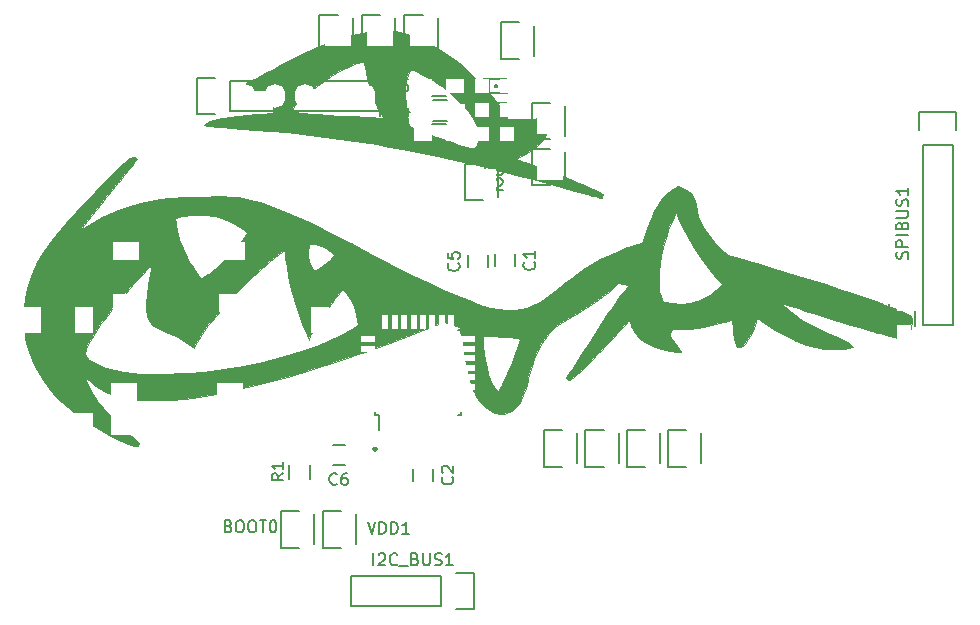
<source format=gbr>
G04 #@! TF.FileFunction,Legend,Top*
%FSLAX46Y46*%
G04 Gerber Fmt 4.6, Leading zero omitted, Abs format (unit mm)*
G04 Created by KiCad (PCBNEW (2015-04-17 BZR 5609)-product) date Friday, 04 September 2015 01:48:52 pm*
%MOMM*%
G01*
G04 APERTURE LIST*
%ADD10C,0.100000*%
%ADD11C,0.300000*%
%ADD12C,0.150000*%
%ADD13C,2.235200*%
%ADD14R,1.250000X1.500000*%
%ADD15R,1.500000X1.250000*%
%ADD16R,1.198880X1.198880*%
%ADD17R,1.727200X2.032000*%
%ADD18O,1.727200X2.032000*%
%ADD19R,2.235200X2.235200*%
%ADD20R,1.300000X1.500000*%
%ADD21R,1.500000X1.300000*%
%ADD22R,0.600000X1.200000*%
%ADD23R,1.200000X0.600000*%
%ADD24R,2.032000X1.727200*%
%ADD25O,2.032000X1.727200*%
%ADD26R,1.500000X2.200000*%
%ADD27R,2.200000X1.500000*%
G04 APERTURE END LIST*
D10*
D11*
X144145000Y-119344214D02*
X144073572Y-119415643D01*
X144145000Y-119487071D01*
X144216429Y-119415643D01*
X144145000Y-119344214D01*
X144145000Y-119487071D01*
D12*
X139039600Y-127457200D02*
X139039600Y-124917200D01*
X136219600Y-124637200D02*
X137769600Y-124637200D01*
X136219600Y-124637200D02*
X136219600Y-127737200D01*
X136219600Y-127737200D02*
X137769600Y-127737200D01*
X156031300Y-103916100D02*
X156031300Y-102916100D01*
X154331300Y-102916100D02*
X154331300Y-103916100D01*
X149109800Y-122089800D02*
X149109800Y-121089800D01*
X147409800Y-121089800D02*
X147409800Y-122089800D01*
X153707200Y-103979600D02*
X153707200Y-102979600D01*
X152007200Y-102979600D02*
X152007200Y-103979600D01*
X140597000Y-120738000D02*
X141597000Y-120738000D01*
X141597000Y-119038000D02*
X140597000Y-119038000D01*
X154802840Y-92410280D02*
X154802840Y-92085160D01*
X154802840Y-92085160D02*
X155303220Y-92085160D01*
X155303220Y-92410280D02*
X155303220Y-92085160D01*
X154802840Y-92410280D02*
X155303220Y-92410280D01*
X154802840Y-93032580D02*
X154802840Y-92882720D01*
X154802840Y-92882720D02*
X155054300Y-92882720D01*
X155054300Y-93032580D02*
X155054300Y-92882720D01*
X154802840Y-93032580D02*
X155054300Y-93032580D01*
X154802840Y-92537280D02*
X154802840Y-92387420D01*
X154802840Y-92387420D02*
X155054300Y-92387420D01*
X155054300Y-92537280D02*
X155054300Y-92387420D01*
X154802840Y-92537280D02*
X155054300Y-92537280D01*
X154802840Y-92908120D02*
X154802840Y-92511880D01*
X154802840Y-92511880D02*
X154978100Y-92511880D01*
X154978100Y-92908120D02*
X154978100Y-92511880D01*
X154802840Y-92908120D02*
X154978100Y-92908120D01*
X153306780Y-92410280D02*
X153306780Y-92085160D01*
X153306780Y-92085160D02*
X153807160Y-92085160D01*
X153807160Y-92410280D02*
X153807160Y-92085160D01*
X153306780Y-92410280D02*
X153807160Y-92410280D01*
X153306780Y-93334840D02*
X153306780Y-93009720D01*
X153306780Y-93009720D02*
X153807160Y-93009720D01*
X153807160Y-93334840D02*
X153807160Y-93009720D01*
X153306780Y-93334840D02*
X153807160Y-93334840D01*
X153555700Y-92537280D02*
X153555700Y-92387420D01*
X153555700Y-92387420D02*
X153807160Y-92387420D01*
X153807160Y-92537280D02*
X153807160Y-92387420D01*
X153555700Y-92537280D02*
X153807160Y-92537280D01*
X153555700Y-93032580D02*
X153555700Y-92882720D01*
X153555700Y-92882720D02*
X153807160Y-92882720D01*
X153807160Y-93032580D02*
X153807160Y-92882720D01*
X153555700Y-93032580D02*
X153807160Y-93032580D01*
X153631900Y-92908120D02*
X153631900Y-92511880D01*
X153631900Y-92511880D02*
X153807160Y-92511880D01*
X153807160Y-92908120D02*
X153807160Y-92511880D01*
X153631900Y-92908120D02*
X153807160Y-92908120D01*
X154305000Y-92809060D02*
X154305000Y-92610940D01*
X154305000Y-92610940D02*
X154503120Y-92610940D01*
X154503120Y-92809060D02*
X154503120Y-92610940D01*
X154305000Y-92809060D02*
X154503120Y-92809060D01*
X154802840Y-93309440D02*
X154802840Y-93009720D01*
X154802840Y-93009720D02*
X155102560Y-93009720D01*
X155102560Y-93309440D02*
X155102560Y-93009720D01*
X154802840Y-93309440D02*
X155102560Y-93309440D01*
X155229560Y-93334840D02*
X155229560Y-93108780D01*
X155229560Y-93108780D02*
X155303220Y-93108780D01*
X155303220Y-93334840D02*
X155303220Y-93108780D01*
X155229560Y-93334840D02*
X155303220Y-93334840D01*
X154828240Y-92135960D02*
X153781760Y-92135960D01*
X153807160Y-93284040D02*
X155229560Y-93284040D01*
X155225202Y-93159580D02*
G75*
G03X155225202Y-93159580I-71842J0D01*
G01*
X155303220Y-93057980D02*
G75*
G02X155303220Y-92362020I0J347980D01*
G01*
X153306780Y-92362020D02*
G75*
G02X153306780Y-93057980I0J-347980D01*
G01*
X154802840Y-90378280D02*
X154802840Y-90053160D01*
X154802840Y-90053160D02*
X155303220Y-90053160D01*
X155303220Y-90378280D02*
X155303220Y-90053160D01*
X154802840Y-90378280D02*
X155303220Y-90378280D01*
X154802840Y-91000580D02*
X154802840Y-90850720D01*
X154802840Y-90850720D02*
X155054300Y-90850720D01*
X155054300Y-91000580D02*
X155054300Y-90850720D01*
X154802840Y-91000580D02*
X155054300Y-91000580D01*
X154802840Y-90505280D02*
X154802840Y-90355420D01*
X154802840Y-90355420D02*
X155054300Y-90355420D01*
X155054300Y-90505280D02*
X155054300Y-90355420D01*
X154802840Y-90505280D02*
X155054300Y-90505280D01*
X154802840Y-90876120D02*
X154802840Y-90479880D01*
X154802840Y-90479880D02*
X154978100Y-90479880D01*
X154978100Y-90876120D02*
X154978100Y-90479880D01*
X154802840Y-90876120D02*
X154978100Y-90876120D01*
X153306780Y-90378280D02*
X153306780Y-90053160D01*
X153306780Y-90053160D02*
X153807160Y-90053160D01*
X153807160Y-90378280D02*
X153807160Y-90053160D01*
X153306780Y-90378280D02*
X153807160Y-90378280D01*
X153306780Y-91302840D02*
X153306780Y-90977720D01*
X153306780Y-90977720D02*
X153807160Y-90977720D01*
X153807160Y-91302840D02*
X153807160Y-90977720D01*
X153306780Y-91302840D02*
X153807160Y-91302840D01*
X153555700Y-90505280D02*
X153555700Y-90355420D01*
X153555700Y-90355420D02*
X153807160Y-90355420D01*
X153807160Y-90505280D02*
X153807160Y-90355420D01*
X153555700Y-90505280D02*
X153807160Y-90505280D01*
X153555700Y-91000580D02*
X153555700Y-90850720D01*
X153555700Y-90850720D02*
X153807160Y-90850720D01*
X153807160Y-91000580D02*
X153807160Y-90850720D01*
X153555700Y-91000580D02*
X153807160Y-91000580D01*
X153631900Y-90876120D02*
X153631900Y-90479880D01*
X153631900Y-90479880D02*
X153807160Y-90479880D01*
X153807160Y-90876120D02*
X153807160Y-90479880D01*
X153631900Y-90876120D02*
X153807160Y-90876120D01*
X154305000Y-90777060D02*
X154305000Y-90578940D01*
X154305000Y-90578940D02*
X154503120Y-90578940D01*
X154503120Y-90777060D02*
X154503120Y-90578940D01*
X154305000Y-90777060D02*
X154503120Y-90777060D01*
X154802840Y-91277440D02*
X154802840Y-90977720D01*
X154802840Y-90977720D02*
X155102560Y-90977720D01*
X155102560Y-91277440D02*
X155102560Y-90977720D01*
X154802840Y-91277440D02*
X155102560Y-91277440D01*
X155229560Y-91302840D02*
X155229560Y-91076780D01*
X155229560Y-91076780D02*
X155303220Y-91076780D01*
X155303220Y-91302840D02*
X155303220Y-91076780D01*
X155229560Y-91302840D02*
X155303220Y-91302840D01*
X154828240Y-90103960D02*
X153781760Y-90103960D01*
X153807160Y-91252040D02*
X155229560Y-91252040D01*
X155225202Y-91127580D02*
G75*
G03X155225202Y-91127580I-71842J0D01*
G01*
X155303220Y-91025980D02*
G75*
G02X155303220Y-90330020I0J347980D01*
G01*
X153306780Y-90330020D02*
G75*
G02X153306780Y-91025980I0J-347980D01*
G01*
X154802840Y-88346280D02*
X154802840Y-88021160D01*
X154802840Y-88021160D02*
X155303220Y-88021160D01*
X155303220Y-88346280D02*
X155303220Y-88021160D01*
X154802840Y-88346280D02*
X155303220Y-88346280D01*
X154802840Y-88968580D02*
X154802840Y-88818720D01*
X154802840Y-88818720D02*
X155054300Y-88818720D01*
X155054300Y-88968580D02*
X155054300Y-88818720D01*
X154802840Y-88968580D02*
X155054300Y-88968580D01*
X154802840Y-88473280D02*
X154802840Y-88323420D01*
X154802840Y-88323420D02*
X155054300Y-88323420D01*
X155054300Y-88473280D02*
X155054300Y-88323420D01*
X154802840Y-88473280D02*
X155054300Y-88473280D01*
X154802840Y-88844120D02*
X154802840Y-88447880D01*
X154802840Y-88447880D02*
X154978100Y-88447880D01*
X154978100Y-88844120D02*
X154978100Y-88447880D01*
X154802840Y-88844120D02*
X154978100Y-88844120D01*
X153306780Y-88346280D02*
X153306780Y-88021160D01*
X153306780Y-88021160D02*
X153807160Y-88021160D01*
X153807160Y-88346280D02*
X153807160Y-88021160D01*
X153306780Y-88346280D02*
X153807160Y-88346280D01*
X153306780Y-89270840D02*
X153306780Y-88945720D01*
X153306780Y-88945720D02*
X153807160Y-88945720D01*
X153807160Y-89270840D02*
X153807160Y-88945720D01*
X153306780Y-89270840D02*
X153807160Y-89270840D01*
X153555700Y-88473280D02*
X153555700Y-88323420D01*
X153555700Y-88323420D02*
X153807160Y-88323420D01*
X153807160Y-88473280D02*
X153807160Y-88323420D01*
X153555700Y-88473280D02*
X153807160Y-88473280D01*
X153555700Y-88968580D02*
X153555700Y-88818720D01*
X153555700Y-88818720D02*
X153807160Y-88818720D01*
X153807160Y-88968580D02*
X153807160Y-88818720D01*
X153555700Y-88968580D02*
X153807160Y-88968580D01*
X153631900Y-88844120D02*
X153631900Y-88447880D01*
X153631900Y-88447880D02*
X153807160Y-88447880D01*
X153807160Y-88844120D02*
X153807160Y-88447880D01*
X153631900Y-88844120D02*
X153807160Y-88844120D01*
X154305000Y-88745060D02*
X154305000Y-88546940D01*
X154305000Y-88546940D02*
X154503120Y-88546940D01*
X154503120Y-88745060D02*
X154503120Y-88546940D01*
X154305000Y-88745060D02*
X154503120Y-88745060D01*
X154802840Y-89245440D02*
X154802840Y-88945720D01*
X154802840Y-88945720D02*
X155102560Y-88945720D01*
X155102560Y-89245440D02*
X155102560Y-88945720D01*
X154802840Y-89245440D02*
X155102560Y-89245440D01*
X155229560Y-89270840D02*
X155229560Y-89044780D01*
X155229560Y-89044780D02*
X155303220Y-89044780D01*
X155303220Y-89270840D02*
X155303220Y-89044780D01*
X155229560Y-89270840D02*
X155303220Y-89270840D01*
X154828240Y-88071960D02*
X153781760Y-88071960D01*
X153807160Y-89220040D02*
X155229560Y-89220040D01*
X155225202Y-89095580D02*
G75*
G03X155225202Y-89095580I-71842J0D01*
G01*
X155303220Y-88993980D02*
G75*
G02X155303220Y-88298020I0J347980D01*
G01*
X153306780Y-88298020D02*
G75*
G02X153306780Y-88993980I0J-347980D01*
G01*
X131876800Y-90779600D02*
X144576800Y-90779600D01*
X144576800Y-90779600D02*
X144576800Y-88239600D01*
X144576800Y-88239600D02*
X131876800Y-88239600D01*
X129056800Y-91059600D02*
X130606800Y-91059600D01*
X131876800Y-90779600D02*
X131876800Y-88239600D01*
X130606800Y-87959600D02*
X129056800Y-87959600D01*
X129056800Y-87959600D02*
X129056800Y-91059600D01*
X161290000Y-120599200D02*
X161290000Y-118059200D01*
X158470000Y-117779200D02*
X160020000Y-117779200D01*
X158470000Y-117779200D02*
X158470000Y-120879200D01*
X158470000Y-120879200D02*
X160020000Y-120879200D01*
X164795200Y-120599200D02*
X164795200Y-118059200D01*
X161975200Y-117779200D02*
X163525200Y-117779200D01*
X161975200Y-117779200D02*
X161975200Y-120879200D01*
X161975200Y-120879200D02*
X163525200Y-120879200D01*
X168300400Y-120599200D02*
X168300400Y-118059200D01*
X165480400Y-117779200D02*
X167030400Y-117779200D01*
X165480400Y-117779200D02*
X165480400Y-120879200D01*
X165480400Y-120879200D02*
X167030400Y-120879200D01*
X171805600Y-120599200D02*
X171805600Y-118059200D01*
X168985600Y-117779200D02*
X170535600Y-117779200D01*
X168985600Y-117779200D02*
X168985600Y-120879200D01*
X168985600Y-120879200D02*
X170535600Y-120879200D01*
X160270000Y-92870000D02*
X160270000Y-90330000D01*
X157450000Y-90050000D02*
X159000000Y-90050000D01*
X157450000Y-90050000D02*
X157450000Y-93150000D01*
X157450000Y-93150000D02*
X159000000Y-93150000D01*
X157670000Y-86070000D02*
X157670000Y-83530000D01*
X154850000Y-83250000D02*
X156400000Y-83250000D01*
X154850000Y-83250000D02*
X154850000Y-86350000D01*
X154850000Y-86350000D02*
X156400000Y-86350000D01*
X149470000Y-85470000D02*
X149470000Y-82930000D01*
X146650000Y-82650000D02*
X148200000Y-82650000D01*
X146650000Y-82650000D02*
X146650000Y-85750000D01*
X146650000Y-85750000D02*
X148200000Y-85750000D01*
X145870000Y-85470000D02*
X145870000Y-82930000D01*
X143050000Y-82650000D02*
X144600000Y-82650000D01*
X143050000Y-82650000D02*
X143050000Y-85750000D01*
X143050000Y-85750000D02*
X144600000Y-85750000D01*
X142270000Y-85470000D02*
X142270000Y-82930000D01*
X139450000Y-82650000D02*
X141000000Y-82650000D01*
X139450000Y-82650000D02*
X139450000Y-85750000D01*
X139450000Y-85750000D02*
X141000000Y-85750000D01*
X160274000Y-96774000D02*
X160274000Y-94234000D01*
X157454000Y-93954000D02*
X159004000Y-93954000D01*
X157454000Y-93954000D02*
X157454000Y-97054000D01*
X157454000Y-97054000D02*
X159004000Y-97054000D01*
X188101000Y-108931000D02*
X188101000Y-107731000D01*
X189851000Y-107731000D02*
X189851000Y-108931000D01*
X150206000Y-93585000D02*
X149006000Y-93585000D01*
X149006000Y-91835000D02*
X150206000Y-91835000D01*
X150244100Y-91629200D02*
X149044100Y-91629200D01*
X149044100Y-89879200D02*
X150244100Y-89879200D01*
X150206000Y-89521000D02*
X149006000Y-89521000D01*
X149006000Y-87771000D02*
X150206000Y-87771000D01*
X144203000Y-116528000D02*
X144503000Y-116528000D01*
X144203000Y-109278000D02*
X144503000Y-109278000D01*
X151453000Y-109278000D02*
X151153000Y-109278000D01*
X151453000Y-116528000D02*
X151153000Y-116528000D01*
X144203000Y-116528000D02*
X144203000Y-116228000D01*
X151453000Y-116528000D02*
X151453000Y-116228000D01*
X151453000Y-109278000D02*
X151453000Y-109578000D01*
X144203000Y-109278000D02*
X144203000Y-109578000D01*
X144503000Y-116528000D02*
X144503000Y-117753000D01*
X149730000Y-130130000D02*
X142110000Y-130130000D01*
X149730000Y-132670000D02*
X142110000Y-132670000D01*
X152550000Y-132950000D02*
X151000000Y-132950000D01*
X142110000Y-130130000D02*
X142110000Y-132670000D01*
X149730000Y-132670000D02*
X149730000Y-130130000D01*
X151000000Y-129850000D02*
X152550000Y-129850000D01*
X152550000Y-129850000D02*
X152550000Y-132950000D01*
X136894600Y-121910400D02*
X136894600Y-120710400D01*
X138644600Y-120710400D02*
X138644600Y-121910400D01*
X142544800Y-127457200D02*
X142544800Y-124917200D01*
X139724800Y-124637200D02*
X141274800Y-124637200D01*
X139724800Y-124637200D02*
X139724800Y-127737200D01*
X139724800Y-127737200D02*
X141274800Y-127737200D01*
X193070000Y-93670000D02*
X193070000Y-108910000D01*
X193070000Y-108910000D02*
X190530000Y-108910000D01*
X190530000Y-108910000D02*
X190530000Y-93670000D01*
X193350000Y-90850000D02*
X193350000Y-92400000D01*
X193070000Y-93670000D02*
X190530000Y-93670000D01*
X190250000Y-92400000D02*
X190250000Y-90850000D01*
X190250000Y-90850000D02*
X193350000Y-90850000D01*
X154584400Y-98044000D02*
X154584400Y-95504000D01*
X151764400Y-95224000D02*
X153314400Y-95224000D01*
X151764400Y-95224000D02*
X151764400Y-98324000D01*
X151764400Y-98324000D02*
X153314400Y-98324000D01*
D10*
G36*
X189619466Y-108643306D02*
X189576902Y-109088171D01*
X189464758Y-109417979D01*
X189260678Y-109673872D01*
X188975957Y-109883053D01*
X188675574Y-110002654D01*
X188558451Y-110015867D01*
X188416621Y-109991501D01*
X188130923Y-109921926D01*
X187719121Y-109812429D01*
X187198975Y-109668296D01*
X186588249Y-109494812D01*
X185904704Y-109297263D01*
X185166103Y-109080934D01*
X184390208Y-108851113D01*
X183594782Y-108613084D01*
X182797586Y-108372134D01*
X182016382Y-108133549D01*
X181268933Y-107902613D01*
X180573002Y-107684614D01*
X179946349Y-107484836D01*
X179406738Y-107308567D01*
X179010377Y-107174457D01*
X178772906Y-107100194D01*
X178610311Y-107064402D01*
X178570275Y-107066836D01*
X178613824Y-107133821D01*
X178769896Y-107279007D01*
X179013284Y-107482087D01*
X179318779Y-107722753D01*
X179661174Y-107980699D01*
X180015260Y-108235617D01*
X180059648Y-108266648D01*
X180575740Y-108592909D01*
X181211694Y-108941913D01*
X181923999Y-109291870D01*
X182669145Y-109620994D01*
X183142466Y-109810365D01*
X183726323Y-110061191D01*
X184150259Y-110306769D01*
X184323023Y-110445518D01*
X184656914Y-110756805D01*
X184213023Y-110852003D01*
X183925363Y-110894663D01*
X183535437Y-110927438D01*
X183110242Y-110945328D01*
X182937488Y-110947200D01*
X182191939Y-110903866D01*
X181429571Y-110769746D01*
X180634976Y-110538666D01*
X179792742Y-110204450D01*
X178887459Y-109760922D01*
X177903716Y-109201907D01*
X176826104Y-108521230D01*
X176737294Y-108462604D01*
X176512788Y-108313971D01*
X176324719Y-108889752D01*
X176068902Y-109563886D01*
X175789988Y-110096915D01*
X175493433Y-110481599D01*
X175184696Y-110710694D01*
X174902038Y-110777867D01*
X174785705Y-110737415D01*
X174691562Y-110604059D01*
X174614365Y-110359797D01*
X174548870Y-109986627D01*
X174489834Y-109466548D01*
X174475720Y-109314250D01*
X174441095Y-108959152D01*
X174407944Y-108673331D01*
X174380956Y-108494681D01*
X174369293Y-108454277D01*
X174280525Y-108464460D01*
X174061469Y-108514935D01*
X173744140Y-108597705D01*
X173532904Y-108656664D01*
X173532904Y-105419205D01*
X173163134Y-105023892D01*
X172691177Y-104478501D01*
X172188980Y-103826508D01*
X171678668Y-103102650D01*
X171182364Y-102341660D01*
X170722192Y-101578274D01*
X170320274Y-100847227D01*
X169998736Y-100183253D01*
X169850155Y-99822380D01*
X169658659Y-99312990D01*
X169443768Y-99737056D01*
X169221149Y-100234418D01*
X168991033Y-100850848D01*
X168769107Y-101537675D01*
X168571058Y-102246229D01*
X168412569Y-102927838D01*
X168407671Y-102951896D01*
X168291535Y-103638022D01*
X168219421Y-104312885D01*
X168189921Y-104954989D01*
X168201632Y-105542840D01*
X168253147Y-106054942D01*
X168343062Y-106469800D01*
X168469970Y-106765919D01*
X168632467Y-106921805D01*
X168668029Y-106933993D01*
X169370103Y-107056812D01*
X170098628Y-107089582D01*
X170798904Y-107033717D01*
X171416231Y-106890631D01*
X171500800Y-106860802D01*
X172047924Y-106617824D01*
X172540778Y-106305464D01*
X173041094Y-105884043D01*
X173085804Y-105842054D01*
X173532904Y-105419205D01*
X173532904Y-108656664D01*
X173360552Y-108704771D01*
X173321133Y-108716117D01*
X172383118Y-108958488D01*
X171518004Y-109125319D01*
X170748773Y-109213177D01*
X170098407Y-109218631D01*
X170004264Y-109211387D01*
X169687248Y-109185947D01*
X169493447Y-109188011D01*
X169377674Y-109227352D01*
X169294741Y-109313740D01*
X169254098Y-109373616D01*
X169163040Y-109581909D01*
X169174472Y-109802235D01*
X169297586Y-110065277D01*
X169541575Y-110401721D01*
X169574200Y-110442088D01*
X169846708Y-110776284D01*
X170018623Y-110997385D01*
X170092884Y-111126292D01*
X170072429Y-111183906D01*
X169960199Y-111191129D01*
X169759131Y-111168861D01*
X169674972Y-111158741D01*
X168684190Y-110996542D01*
X167840861Y-110756708D01*
X167140680Y-110436718D01*
X166579339Y-110034056D01*
X166152532Y-109546203D01*
X165855953Y-108970641D01*
X165835093Y-108913291D01*
X165686403Y-108491072D01*
X165185768Y-109021718D01*
X164972284Y-109249841D01*
X164671329Y-109573969D01*
X164309687Y-109965125D01*
X163914140Y-110394335D01*
X163511472Y-110832622D01*
X163457466Y-110891518D01*
X163002582Y-111378291D01*
X162542596Y-111853466D01*
X162094375Y-112301152D01*
X161674787Y-112705462D01*
X161300700Y-113050507D01*
X160988980Y-113320398D01*
X160756496Y-113499247D01*
X160620116Y-113571165D01*
X160611959Y-113571867D01*
X160480800Y-113512993D01*
X160411141Y-113446885D01*
X160369538Y-113349694D01*
X160407169Y-113216435D01*
X160538208Y-113008063D01*
X160603226Y-112917718D01*
X160900811Y-112496446D01*
X161275793Y-111939893D01*
X161730033Y-111245210D01*
X162265397Y-110409550D01*
X162861481Y-109465534D01*
X163372697Y-108658664D01*
X163814351Y-107978715D01*
X164200499Y-107405362D01*
X164545196Y-106918277D01*
X164862499Y-106497135D01*
X165166465Y-106121610D01*
X165207699Y-106072765D01*
X165659156Y-105540613D01*
X165186960Y-105442585D01*
X164714763Y-105344558D01*
X164191948Y-105844181D01*
X163957822Y-106061067D01*
X163719827Y-106264182D01*
X163456324Y-106468563D01*
X163145675Y-106689248D01*
X162766241Y-106941273D01*
X162296385Y-107239677D01*
X161714466Y-107599497D01*
X161314639Y-107843746D01*
X160551158Y-108319416D01*
X159913969Y-108739036D01*
X159410005Y-109097731D01*
X159046200Y-109390626D01*
X158872257Y-109561051D01*
X158700295Y-109789944D01*
X158483235Y-110128115D01*
X158246399Y-110530845D01*
X158015108Y-110953414D01*
X157814682Y-111351102D01*
X157670442Y-111679191D01*
X157665198Y-111692864D01*
X157565724Y-111981266D01*
X157439271Y-112387291D01*
X157299747Y-112864240D01*
X157161064Y-113365415D01*
X157112916Y-113547002D01*
X156918639Y-114250440D01*
X156736816Y-114809452D01*
X156554050Y-115246959D01*
X156401860Y-115508649D01*
X156401860Y-110117828D01*
X156395764Y-110037942D01*
X156276459Y-109996639D01*
X156021877Y-109955356D01*
X155666050Y-109917069D01*
X155243007Y-109884752D01*
X154786781Y-109861378D01*
X154331402Y-109849922D01*
X154237288Y-109849304D01*
X153272110Y-109846534D01*
X153326561Y-110613653D01*
X153389778Y-111230232D01*
X153489463Y-111872723D01*
X153615864Y-112494034D01*
X153759230Y-113047073D01*
X153909810Y-113484750D01*
X153931681Y-113535879D01*
X154114825Y-113911914D01*
X154296253Y-114217826D01*
X154456531Y-114424577D01*
X154576226Y-114503128D01*
X154579011Y-114503200D01*
X154647587Y-114431170D01*
X154766476Y-114236497D01*
X154917284Y-113951308D01*
X155039772Y-113698409D01*
X155271560Y-113186330D01*
X155503124Y-112645828D01*
X155725788Y-112100330D01*
X155930873Y-111573262D01*
X156109701Y-111088052D01*
X156253594Y-110668125D01*
X156353873Y-110336908D01*
X156401860Y-110117828D01*
X156401860Y-115508649D01*
X156356944Y-115585883D01*
X156132099Y-115849145D01*
X155866118Y-116059668D01*
X155545604Y-116240373D01*
X155535882Y-116245144D01*
X155124773Y-116396674D01*
X154736660Y-116420494D01*
X154322847Y-116314564D01*
X154030530Y-116182074D01*
X153519088Y-115868428D01*
X153100302Y-115484768D01*
X152753381Y-115004206D01*
X152457533Y-114399854D01*
X152279127Y-113917046D01*
X152173491Y-113551769D01*
X152053959Y-113055695D01*
X151927664Y-112466048D01*
X151801735Y-111820055D01*
X151683305Y-111154939D01*
X151579505Y-110507927D01*
X151497466Y-109916243D01*
X151472932Y-109708733D01*
X151434159Y-109421397D01*
X151391909Y-109201030D01*
X151361536Y-109108679D01*
X151259330Y-109049915D01*
X151035915Y-108966334D01*
X150734501Y-108873617D01*
X150648719Y-108849957D01*
X149989638Y-108672489D01*
X148269910Y-109338667D01*
X145883001Y-110242755D01*
X143561272Y-111081075D01*
X142728690Y-111366255D01*
X142728690Y-108872867D01*
X142685511Y-108491867D01*
X142574431Y-107937050D01*
X142374996Y-107336199D01*
X142115774Y-106765763D01*
X141912466Y-106423157D01*
X141731737Y-106170535D01*
X141577159Y-105980286D01*
X141480297Y-105891034D01*
X141476348Y-105889521D01*
X141392859Y-105943542D01*
X141228017Y-106114209D01*
X140998652Y-106380203D01*
X140721590Y-106720205D01*
X140701091Y-106746346D01*
X140701091Y-102973821D01*
X140426458Y-102690472D01*
X140058240Y-102403929D01*
X139584822Y-102172658D01*
X139068410Y-102026474D01*
X139025734Y-102019125D01*
X138800127Y-101994096D01*
X138677190Y-102031421D01*
X138594917Y-102154017D01*
X138581234Y-102183406D01*
X138488165Y-102559935D01*
X138497164Y-103016302D01*
X138604176Y-103500393D01*
X138704029Y-103761113D01*
X138830248Y-104016966D01*
X138940584Y-104196492D01*
X139006756Y-104258534D01*
X139113221Y-104218102D01*
X139322906Y-104111082D01*
X139594359Y-103958888D01*
X139651361Y-103925533D01*
X139966173Y-103717616D01*
X140254335Y-103488977D01*
X140454851Y-103288143D01*
X140458779Y-103283177D01*
X140701091Y-102973821D01*
X140701091Y-106746346D01*
X140413659Y-107112896D01*
X140091686Y-107536956D01*
X139772501Y-107971065D01*
X139472929Y-108393905D01*
X139303897Y-108641845D01*
X139081013Y-108995706D01*
X138884790Y-109345067D01*
X138743418Y-109637945D01*
X138698771Y-109757725D01*
X138582880Y-110142867D01*
X138199958Y-109338534D01*
X137961178Y-108775498D01*
X137713174Y-108081155D01*
X137465681Y-107292464D01*
X137228430Y-106446387D01*
X137011156Y-105579884D01*
X136823591Y-104729917D01*
X136675469Y-103933445D01*
X136576523Y-103227431D01*
X136567177Y-103138191D01*
X136510388Y-102568182D01*
X136049624Y-102895051D01*
X135311682Y-103454297D01*
X134530216Y-104111088D01*
X133725096Y-104844102D01*
X133316133Y-105242451D01*
X133316133Y-101124667D01*
X133242516Y-100996500D01*
X133040824Y-100821010D01*
X132739795Y-100614780D01*
X132368164Y-100394390D01*
X131954670Y-100176422D01*
X131528050Y-99977458D01*
X131117040Y-99814079D01*
X130945466Y-99756782D01*
X130647731Y-99672408D01*
X130369460Y-99616368D01*
X130063823Y-99583712D01*
X129683990Y-99569490D01*
X129183128Y-99568754D01*
X129167466Y-99568875D01*
X128524683Y-99586368D01*
X128025716Y-99626982D01*
X127681806Y-99689741D01*
X127643466Y-99701270D01*
X127262466Y-99824650D01*
X127287290Y-100242425D01*
X127381124Y-100891786D01*
X127582287Y-101619754D01*
X127876676Y-102386917D01*
X128250192Y-103153862D01*
X128461064Y-103523025D01*
X128661585Y-103843531D01*
X128879215Y-104171269D01*
X129091751Y-104475221D01*
X129276985Y-104724368D01*
X129412714Y-104887690D01*
X129472465Y-104935867D01*
X129557955Y-104890164D01*
X129745150Y-104768614D01*
X129998510Y-104594556D01*
X130083628Y-104534510D01*
X130605987Y-104127226D01*
X131177434Y-103619655D01*
X131755094Y-103053695D01*
X132296095Y-102471247D01*
X132735305Y-101943053D01*
X132968198Y-101636824D01*
X133156576Y-101378007D01*
X133279275Y-101196418D01*
X133316133Y-101124667D01*
X133316133Y-105242451D01*
X132916188Y-105632018D01*
X132123363Y-106453513D01*
X131366487Y-107287265D01*
X130665430Y-108111953D01*
X130040060Y-108906255D01*
X129510245Y-109648849D01*
X129095854Y-110318412D01*
X129043568Y-110413662D01*
X128806646Y-110853791D01*
X128336153Y-110470529D01*
X127852167Y-110117457D01*
X127316532Y-109813816D01*
X126678289Y-109531819D01*
X126461132Y-109448015D01*
X125954858Y-109242071D01*
X125582177Y-109048617D01*
X125310806Y-108846083D01*
X125108467Y-108612897D01*
X125031664Y-108492777D01*
X124934120Y-108315251D01*
X124870362Y-108151677D01*
X124833840Y-107960466D01*
X124818004Y-107700031D01*
X124816302Y-107328783D01*
X124818143Y-107137200D01*
X124859569Y-106329686D01*
X124971127Y-105488900D01*
X125055507Y-105034126D01*
X125136612Y-104614319D01*
X125200749Y-104252847D01*
X125242484Y-103982710D01*
X125256384Y-103836910D01*
X125254822Y-103823600D01*
X125193556Y-103858822D01*
X125037506Y-104005673D01*
X124802046Y-104247174D01*
X124502547Y-104566346D01*
X124154381Y-104946212D01*
X123772922Y-105369794D01*
X123373540Y-105820113D01*
X122971609Y-106280191D01*
X122582500Y-106733051D01*
X122221587Y-107161714D01*
X122106438Y-107300866D01*
X121522949Y-108031042D01*
X120999773Y-108728507D01*
X120545927Y-109378912D01*
X120170430Y-109967911D01*
X119882299Y-110481158D01*
X119690552Y-110904307D01*
X119604206Y-111223010D01*
X119600133Y-111288145D01*
X119682408Y-111550179D01*
X119919685Y-111808336D01*
X120297636Y-112057214D01*
X120801937Y-112291414D01*
X121418262Y-112505533D01*
X122132284Y-112694171D01*
X122929679Y-112851928D01*
X123796121Y-112973401D01*
X124172133Y-113011842D01*
X124488018Y-113028365D01*
X124940998Y-113035314D01*
X125499160Y-113033600D01*
X126130591Y-113024133D01*
X126803376Y-113007823D01*
X127485603Y-112985579D01*
X128145359Y-112958311D01*
X128750729Y-112926930D01*
X129269801Y-112892346D01*
X129670661Y-112855469D01*
X129675466Y-112854919D01*
X131410907Y-112625247D01*
X133094492Y-112342132D01*
X134711656Y-112009796D01*
X136247831Y-111632463D01*
X137688451Y-111214355D01*
X139018949Y-110759694D01*
X140224760Y-110272704D01*
X141291316Y-109757607D01*
X142192245Y-109226419D01*
X142728690Y-108872867D01*
X142728690Y-111366255D01*
X141315171Y-111850421D01*
X139155142Y-112547590D01*
X137091631Y-113169375D01*
X135135084Y-113712572D01*
X133295947Y-114173975D01*
X131584665Y-114550379D01*
X130776133Y-114706456D01*
X129716001Y-114889995D01*
X128767745Y-115029511D01*
X127881382Y-115130726D01*
X127006925Y-115199361D01*
X126109212Y-115240662D01*
X125111746Y-115253647D01*
X124242416Y-115220986D01*
X123465382Y-115139285D01*
X122744802Y-115005150D01*
X122241669Y-114874447D01*
X121585756Y-114657137D01*
X121050842Y-114412387D01*
X120588597Y-114114139D01*
X120176200Y-113760808D01*
X119913478Y-113526636D01*
X119749989Y-113423013D01*
X119683838Y-113452710D01*
X119713129Y-113618496D01*
X119835967Y-113923141D01*
X119928894Y-114122200D01*
X120268080Y-114723353D01*
X120733865Y-115389341D01*
X121307441Y-116098226D01*
X121969995Y-116828069D01*
X122702717Y-117556932D01*
X123458220Y-118238390D01*
X123744847Y-118488971D01*
X123976567Y-118700161D01*
X124127259Y-118847580D01*
X124172133Y-118904711D01*
X124126411Y-119008250D01*
X124066300Y-119096136D01*
X124002388Y-119155924D01*
X123910017Y-119171938D01*
X123755150Y-119137835D01*
X123503745Y-119047274D01*
X123240800Y-118942313D01*
X121879355Y-118329977D01*
X120589443Y-117629809D01*
X119391328Y-116855782D01*
X118305276Y-116021871D01*
X117351551Y-115142048D01*
X116728063Y-114451725D01*
X116050086Y-113566120D01*
X115508953Y-112706610D01*
X115084551Y-111835741D01*
X114756769Y-110916059D01*
X114675342Y-110629036D01*
X114570817Y-110110817D01*
X114496412Y-109475743D01*
X114453573Y-108773848D01*
X114443742Y-108055165D01*
X114468367Y-107369728D01*
X114528890Y-106767569D01*
X114558614Y-106586867D01*
X114804450Y-105526843D01*
X115140403Y-104537816D01*
X115581478Y-103589434D01*
X116142682Y-102651348D01*
X116839021Y-101693204D01*
X117195907Y-101252867D01*
X118024775Y-100273498D01*
X118847490Y-99329088D01*
X119651382Y-98432965D01*
X120423785Y-97598455D01*
X121152031Y-96838885D01*
X121823454Y-96167580D01*
X122425384Y-95597869D01*
X122945155Y-95143076D01*
X123186732Y-94950328D01*
X123464540Y-94750528D01*
X123649673Y-94652305D01*
X123772970Y-94641405D01*
X123814703Y-94660044D01*
X123942189Y-94770622D01*
X123975119Y-94824249D01*
X123929524Y-94907083D01*
X123788530Y-95102863D01*
X123565368Y-95394639D01*
X123273268Y-95765460D01*
X122925461Y-96198375D01*
X122535177Y-96676434D01*
X122426863Y-96807867D01*
X121923897Y-97419931D01*
X121432107Y-98023899D01*
X120963007Y-98605176D01*
X120528111Y-99149169D01*
X120138933Y-99641282D01*
X119806985Y-100066922D01*
X119543781Y-100411495D01*
X119360836Y-100660407D01*
X119269663Y-100799063D01*
X119261466Y-100820181D01*
X119326918Y-100797718D01*
X119503308Y-100698778D01*
X119760686Y-100540819D01*
X119959966Y-100412982D01*
X121067883Y-99756179D01*
X122201782Y-99218618D01*
X123393013Y-98789048D01*
X124672922Y-98456218D01*
X126072857Y-98208878D01*
X126119466Y-98202321D01*
X126553177Y-98154160D01*
X127107586Y-98111604D01*
X127753262Y-98075242D01*
X128460769Y-98045665D01*
X129200674Y-98023460D01*
X129943543Y-98009220D01*
X130659942Y-98003532D01*
X131320437Y-98006986D01*
X131895595Y-98020172D01*
X132355981Y-98043680D01*
X132632644Y-98071859D01*
X133276937Y-98187650D01*
X133967117Y-98355134D01*
X134712993Y-98578476D01*
X135524375Y-98861839D01*
X136411075Y-99209385D01*
X137382901Y-99625279D01*
X138449665Y-100113684D01*
X139621176Y-100678763D01*
X140907246Y-101324679D01*
X142317684Y-102055596D01*
X143518466Y-102691665D01*
X145282137Y-103620734D01*
X146910057Y-104451502D01*
X148403868Y-105184652D01*
X149765207Y-105820870D01*
X150995713Y-106360839D01*
X152097027Y-106805245D01*
X153070785Y-107154771D01*
X153918629Y-107410101D01*
X154642197Y-107571920D01*
X155243127Y-107640912D01*
X155379428Y-107643730D01*
X155976607Y-107620695D01*
X156523866Y-107547006D01*
X157046003Y-107411632D01*
X157567820Y-107203544D01*
X158114117Y-106911711D01*
X158709694Y-106525104D01*
X159379351Y-106032694D01*
X159872777Y-105645325D01*
X160341442Y-105274432D01*
X160810753Y-104910192D01*
X161248833Y-104576826D01*
X161623803Y-104298558D01*
X161903785Y-104099608D01*
X161933466Y-104079544D01*
X162539104Y-103706919D01*
X163256120Y-103319079D01*
X164031527Y-102941524D01*
X164812337Y-102599755D01*
X165545565Y-102319271D01*
X165701133Y-102266365D01*
X166091872Y-102132234D01*
X166423210Y-102009375D01*
X166662174Y-101910664D01*
X166775787Y-101848976D01*
X166778846Y-101845534D01*
X166829420Y-101737893D01*
X166924138Y-101503260D01*
X167050316Y-101174156D01*
X167195272Y-100783103D01*
X167224598Y-100702534D01*
X167530053Y-99898332D01*
X167814470Y-99238609D01*
X168091725Y-98702148D01*
X168375697Y-98267731D01*
X168680265Y-97914144D01*
X169019305Y-97620170D01*
X169406697Y-97364591D01*
X169408871Y-97363320D01*
X169814610Y-97126257D01*
X170200939Y-97273797D01*
X170668616Y-97506707D01*
X170992201Y-97802487D01*
X171191839Y-98182774D01*
X171249145Y-98399647D01*
X171323079Y-98764025D01*
X171400874Y-99143689D01*
X171434339Y-99305534D01*
X171628624Y-99916312D01*
X171961174Y-100576246D01*
X172417101Y-101262245D01*
X172981522Y-101951222D01*
X173462797Y-102451850D01*
X173696263Y-102674973D01*
X173884501Y-102832420D01*
X174070649Y-102946447D01*
X174297846Y-103039308D01*
X174609230Y-103133262D01*
X174972133Y-103230555D01*
X175802659Y-103456799D01*
X176742222Y-103724938D01*
X177769249Y-104028003D01*
X178862168Y-104359024D01*
X179999406Y-104711034D01*
X181159390Y-105077063D01*
X182320549Y-105450141D01*
X183461309Y-105823301D01*
X184560097Y-106189573D01*
X185595342Y-106541988D01*
X186545471Y-106873577D01*
X187388911Y-107177371D01*
X188104089Y-107446401D01*
X188467614Y-107590245D01*
X188914423Y-107774262D01*
X189227584Y-107917509D01*
X189430839Y-108041690D01*
X189547928Y-108168510D01*
X189602590Y-108319672D01*
X189618566Y-108516881D01*
X189619466Y-108643306D01*
X189619466Y-108643306D01*
X189619466Y-108643306D01*
G37*
X189619466Y-108643306D02*
X189576902Y-109088171D01*
X189464758Y-109417979D01*
X189260678Y-109673872D01*
X188975957Y-109883053D01*
X188675574Y-110002654D01*
X188558451Y-110015867D01*
X188416621Y-109991501D01*
X188130923Y-109921926D01*
X187719121Y-109812429D01*
X187198975Y-109668296D01*
X186588249Y-109494812D01*
X185904704Y-109297263D01*
X185166103Y-109080934D01*
X184390208Y-108851113D01*
X183594782Y-108613084D01*
X182797586Y-108372134D01*
X182016382Y-108133549D01*
X181268933Y-107902613D01*
X180573002Y-107684614D01*
X179946349Y-107484836D01*
X179406738Y-107308567D01*
X179010377Y-107174457D01*
X178772906Y-107100194D01*
X178610311Y-107064402D01*
X178570275Y-107066836D01*
X178613824Y-107133821D01*
X178769896Y-107279007D01*
X179013284Y-107482087D01*
X179318779Y-107722753D01*
X179661174Y-107980699D01*
X180015260Y-108235617D01*
X180059648Y-108266648D01*
X180575740Y-108592909D01*
X181211694Y-108941913D01*
X181923999Y-109291870D01*
X182669145Y-109620994D01*
X183142466Y-109810365D01*
X183726323Y-110061191D01*
X184150259Y-110306769D01*
X184323023Y-110445518D01*
X184656914Y-110756805D01*
X184213023Y-110852003D01*
X183925363Y-110894663D01*
X183535437Y-110927438D01*
X183110242Y-110945328D01*
X182937488Y-110947200D01*
X182191939Y-110903866D01*
X181429571Y-110769746D01*
X180634976Y-110538666D01*
X179792742Y-110204450D01*
X178887459Y-109760922D01*
X177903716Y-109201907D01*
X176826104Y-108521230D01*
X176737294Y-108462604D01*
X176512788Y-108313971D01*
X176324719Y-108889752D01*
X176068902Y-109563886D01*
X175789988Y-110096915D01*
X175493433Y-110481599D01*
X175184696Y-110710694D01*
X174902038Y-110777867D01*
X174785705Y-110737415D01*
X174691562Y-110604059D01*
X174614365Y-110359797D01*
X174548870Y-109986627D01*
X174489834Y-109466548D01*
X174475720Y-109314250D01*
X174441095Y-108959152D01*
X174407944Y-108673331D01*
X174380956Y-108494681D01*
X174369293Y-108454277D01*
X174280525Y-108464460D01*
X174061469Y-108514935D01*
X173744140Y-108597705D01*
X173532904Y-108656664D01*
X173532904Y-105419205D01*
X173163134Y-105023892D01*
X172691177Y-104478501D01*
X172188980Y-103826508D01*
X171678668Y-103102650D01*
X171182364Y-102341660D01*
X170722192Y-101578274D01*
X170320274Y-100847227D01*
X169998736Y-100183253D01*
X169850155Y-99822380D01*
X169658659Y-99312990D01*
X169443768Y-99737056D01*
X169221149Y-100234418D01*
X168991033Y-100850848D01*
X168769107Y-101537675D01*
X168571058Y-102246229D01*
X168412569Y-102927838D01*
X168407671Y-102951896D01*
X168291535Y-103638022D01*
X168219421Y-104312885D01*
X168189921Y-104954989D01*
X168201632Y-105542840D01*
X168253147Y-106054942D01*
X168343062Y-106469800D01*
X168469970Y-106765919D01*
X168632467Y-106921805D01*
X168668029Y-106933993D01*
X169370103Y-107056812D01*
X170098628Y-107089582D01*
X170798904Y-107033717D01*
X171416231Y-106890631D01*
X171500800Y-106860802D01*
X172047924Y-106617824D01*
X172540778Y-106305464D01*
X173041094Y-105884043D01*
X173085804Y-105842054D01*
X173532904Y-105419205D01*
X173532904Y-108656664D01*
X173360552Y-108704771D01*
X173321133Y-108716117D01*
X172383118Y-108958488D01*
X171518004Y-109125319D01*
X170748773Y-109213177D01*
X170098407Y-109218631D01*
X170004264Y-109211387D01*
X169687248Y-109185947D01*
X169493447Y-109188011D01*
X169377674Y-109227352D01*
X169294741Y-109313740D01*
X169254098Y-109373616D01*
X169163040Y-109581909D01*
X169174472Y-109802235D01*
X169297586Y-110065277D01*
X169541575Y-110401721D01*
X169574200Y-110442088D01*
X169846708Y-110776284D01*
X170018623Y-110997385D01*
X170092884Y-111126292D01*
X170072429Y-111183906D01*
X169960199Y-111191129D01*
X169759131Y-111168861D01*
X169674972Y-111158741D01*
X168684190Y-110996542D01*
X167840861Y-110756708D01*
X167140680Y-110436718D01*
X166579339Y-110034056D01*
X166152532Y-109546203D01*
X165855953Y-108970641D01*
X165835093Y-108913291D01*
X165686403Y-108491072D01*
X165185768Y-109021718D01*
X164972284Y-109249841D01*
X164671329Y-109573969D01*
X164309687Y-109965125D01*
X163914140Y-110394335D01*
X163511472Y-110832622D01*
X163457466Y-110891518D01*
X163002582Y-111378291D01*
X162542596Y-111853466D01*
X162094375Y-112301152D01*
X161674787Y-112705462D01*
X161300700Y-113050507D01*
X160988980Y-113320398D01*
X160756496Y-113499247D01*
X160620116Y-113571165D01*
X160611959Y-113571867D01*
X160480800Y-113512993D01*
X160411141Y-113446885D01*
X160369538Y-113349694D01*
X160407169Y-113216435D01*
X160538208Y-113008063D01*
X160603226Y-112917718D01*
X160900811Y-112496446D01*
X161275793Y-111939893D01*
X161730033Y-111245210D01*
X162265397Y-110409550D01*
X162861481Y-109465534D01*
X163372697Y-108658664D01*
X163814351Y-107978715D01*
X164200499Y-107405362D01*
X164545196Y-106918277D01*
X164862499Y-106497135D01*
X165166465Y-106121610D01*
X165207699Y-106072765D01*
X165659156Y-105540613D01*
X165186960Y-105442585D01*
X164714763Y-105344558D01*
X164191948Y-105844181D01*
X163957822Y-106061067D01*
X163719827Y-106264182D01*
X163456324Y-106468563D01*
X163145675Y-106689248D01*
X162766241Y-106941273D01*
X162296385Y-107239677D01*
X161714466Y-107599497D01*
X161314639Y-107843746D01*
X160551158Y-108319416D01*
X159913969Y-108739036D01*
X159410005Y-109097731D01*
X159046200Y-109390626D01*
X158872257Y-109561051D01*
X158700295Y-109789944D01*
X158483235Y-110128115D01*
X158246399Y-110530845D01*
X158015108Y-110953414D01*
X157814682Y-111351102D01*
X157670442Y-111679191D01*
X157665198Y-111692864D01*
X157565724Y-111981266D01*
X157439271Y-112387291D01*
X157299747Y-112864240D01*
X157161064Y-113365415D01*
X157112916Y-113547002D01*
X156918639Y-114250440D01*
X156736816Y-114809452D01*
X156554050Y-115246959D01*
X156401860Y-115508649D01*
X156401860Y-110117828D01*
X156395764Y-110037942D01*
X156276459Y-109996639D01*
X156021877Y-109955356D01*
X155666050Y-109917069D01*
X155243007Y-109884752D01*
X154786781Y-109861378D01*
X154331402Y-109849922D01*
X154237288Y-109849304D01*
X153272110Y-109846534D01*
X153326561Y-110613653D01*
X153389778Y-111230232D01*
X153489463Y-111872723D01*
X153615864Y-112494034D01*
X153759230Y-113047073D01*
X153909810Y-113484750D01*
X153931681Y-113535879D01*
X154114825Y-113911914D01*
X154296253Y-114217826D01*
X154456531Y-114424577D01*
X154576226Y-114503128D01*
X154579011Y-114503200D01*
X154647587Y-114431170D01*
X154766476Y-114236497D01*
X154917284Y-113951308D01*
X155039772Y-113698409D01*
X155271560Y-113186330D01*
X155503124Y-112645828D01*
X155725788Y-112100330D01*
X155930873Y-111573262D01*
X156109701Y-111088052D01*
X156253594Y-110668125D01*
X156353873Y-110336908D01*
X156401860Y-110117828D01*
X156401860Y-115508649D01*
X156356944Y-115585883D01*
X156132099Y-115849145D01*
X155866118Y-116059668D01*
X155545604Y-116240373D01*
X155535882Y-116245144D01*
X155124773Y-116396674D01*
X154736660Y-116420494D01*
X154322847Y-116314564D01*
X154030530Y-116182074D01*
X153519088Y-115868428D01*
X153100302Y-115484768D01*
X152753381Y-115004206D01*
X152457533Y-114399854D01*
X152279127Y-113917046D01*
X152173491Y-113551769D01*
X152053959Y-113055695D01*
X151927664Y-112466048D01*
X151801735Y-111820055D01*
X151683305Y-111154939D01*
X151579505Y-110507927D01*
X151497466Y-109916243D01*
X151472932Y-109708733D01*
X151434159Y-109421397D01*
X151391909Y-109201030D01*
X151361536Y-109108679D01*
X151259330Y-109049915D01*
X151035915Y-108966334D01*
X150734501Y-108873617D01*
X150648719Y-108849957D01*
X149989638Y-108672489D01*
X148269910Y-109338667D01*
X145883001Y-110242755D01*
X143561272Y-111081075D01*
X142728690Y-111366255D01*
X142728690Y-108872867D01*
X142685511Y-108491867D01*
X142574431Y-107937050D01*
X142374996Y-107336199D01*
X142115774Y-106765763D01*
X141912466Y-106423157D01*
X141731737Y-106170535D01*
X141577159Y-105980286D01*
X141480297Y-105891034D01*
X141476348Y-105889521D01*
X141392859Y-105943542D01*
X141228017Y-106114209D01*
X140998652Y-106380203D01*
X140721590Y-106720205D01*
X140701091Y-106746346D01*
X140701091Y-102973821D01*
X140426458Y-102690472D01*
X140058240Y-102403929D01*
X139584822Y-102172658D01*
X139068410Y-102026474D01*
X139025734Y-102019125D01*
X138800127Y-101994096D01*
X138677190Y-102031421D01*
X138594917Y-102154017D01*
X138581234Y-102183406D01*
X138488165Y-102559935D01*
X138497164Y-103016302D01*
X138604176Y-103500393D01*
X138704029Y-103761113D01*
X138830248Y-104016966D01*
X138940584Y-104196492D01*
X139006756Y-104258534D01*
X139113221Y-104218102D01*
X139322906Y-104111082D01*
X139594359Y-103958888D01*
X139651361Y-103925533D01*
X139966173Y-103717616D01*
X140254335Y-103488977D01*
X140454851Y-103288143D01*
X140458779Y-103283177D01*
X140701091Y-102973821D01*
X140701091Y-106746346D01*
X140413659Y-107112896D01*
X140091686Y-107536956D01*
X139772501Y-107971065D01*
X139472929Y-108393905D01*
X139303897Y-108641845D01*
X139081013Y-108995706D01*
X138884790Y-109345067D01*
X138743418Y-109637945D01*
X138698771Y-109757725D01*
X138582880Y-110142867D01*
X138199958Y-109338534D01*
X137961178Y-108775498D01*
X137713174Y-108081155D01*
X137465681Y-107292464D01*
X137228430Y-106446387D01*
X137011156Y-105579884D01*
X136823591Y-104729917D01*
X136675469Y-103933445D01*
X136576523Y-103227431D01*
X136567177Y-103138191D01*
X136510388Y-102568182D01*
X136049624Y-102895051D01*
X135311682Y-103454297D01*
X134530216Y-104111088D01*
X133725096Y-104844102D01*
X133316133Y-105242451D01*
X133316133Y-101124667D01*
X133242516Y-100996500D01*
X133040824Y-100821010D01*
X132739795Y-100614780D01*
X132368164Y-100394390D01*
X131954670Y-100176422D01*
X131528050Y-99977458D01*
X131117040Y-99814079D01*
X130945466Y-99756782D01*
X130647731Y-99672408D01*
X130369460Y-99616368D01*
X130063823Y-99583712D01*
X129683990Y-99569490D01*
X129183128Y-99568754D01*
X129167466Y-99568875D01*
X128524683Y-99586368D01*
X128025716Y-99626982D01*
X127681806Y-99689741D01*
X127643466Y-99701270D01*
X127262466Y-99824650D01*
X127287290Y-100242425D01*
X127381124Y-100891786D01*
X127582287Y-101619754D01*
X127876676Y-102386917D01*
X128250192Y-103153862D01*
X128461064Y-103523025D01*
X128661585Y-103843531D01*
X128879215Y-104171269D01*
X129091751Y-104475221D01*
X129276985Y-104724368D01*
X129412714Y-104887690D01*
X129472465Y-104935867D01*
X129557955Y-104890164D01*
X129745150Y-104768614D01*
X129998510Y-104594556D01*
X130083628Y-104534510D01*
X130605987Y-104127226D01*
X131177434Y-103619655D01*
X131755094Y-103053695D01*
X132296095Y-102471247D01*
X132735305Y-101943053D01*
X132968198Y-101636824D01*
X133156576Y-101378007D01*
X133279275Y-101196418D01*
X133316133Y-101124667D01*
X133316133Y-105242451D01*
X132916188Y-105632018D01*
X132123363Y-106453513D01*
X131366487Y-107287265D01*
X130665430Y-108111953D01*
X130040060Y-108906255D01*
X129510245Y-109648849D01*
X129095854Y-110318412D01*
X129043568Y-110413662D01*
X128806646Y-110853791D01*
X128336153Y-110470529D01*
X127852167Y-110117457D01*
X127316532Y-109813816D01*
X126678289Y-109531819D01*
X126461132Y-109448015D01*
X125954858Y-109242071D01*
X125582177Y-109048617D01*
X125310806Y-108846083D01*
X125108467Y-108612897D01*
X125031664Y-108492777D01*
X124934120Y-108315251D01*
X124870362Y-108151677D01*
X124833840Y-107960466D01*
X124818004Y-107700031D01*
X124816302Y-107328783D01*
X124818143Y-107137200D01*
X124859569Y-106329686D01*
X124971127Y-105488900D01*
X125055507Y-105034126D01*
X125136612Y-104614319D01*
X125200749Y-104252847D01*
X125242484Y-103982710D01*
X125256384Y-103836910D01*
X125254822Y-103823600D01*
X125193556Y-103858822D01*
X125037506Y-104005673D01*
X124802046Y-104247174D01*
X124502547Y-104566346D01*
X124154381Y-104946212D01*
X123772922Y-105369794D01*
X123373540Y-105820113D01*
X122971609Y-106280191D01*
X122582500Y-106733051D01*
X122221587Y-107161714D01*
X122106438Y-107300866D01*
X121522949Y-108031042D01*
X120999773Y-108728507D01*
X120545927Y-109378912D01*
X120170430Y-109967911D01*
X119882299Y-110481158D01*
X119690552Y-110904307D01*
X119604206Y-111223010D01*
X119600133Y-111288145D01*
X119682408Y-111550179D01*
X119919685Y-111808336D01*
X120297636Y-112057214D01*
X120801937Y-112291414D01*
X121418262Y-112505533D01*
X122132284Y-112694171D01*
X122929679Y-112851928D01*
X123796121Y-112973401D01*
X124172133Y-113011842D01*
X124488018Y-113028365D01*
X124940998Y-113035314D01*
X125499160Y-113033600D01*
X126130591Y-113024133D01*
X126803376Y-113007823D01*
X127485603Y-112985579D01*
X128145359Y-112958311D01*
X128750729Y-112926930D01*
X129269801Y-112892346D01*
X129670661Y-112855469D01*
X129675466Y-112854919D01*
X131410907Y-112625247D01*
X133094492Y-112342132D01*
X134711656Y-112009796D01*
X136247831Y-111632463D01*
X137688451Y-111214355D01*
X139018949Y-110759694D01*
X140224760Y-110272704D01*
X141291316Y-109757607D01*
X142192245Y-109226419D01*
X142728690Y-108872867D01*
X142728690Y-111366255D01*
X141315171Y-111850421D01*
X139155142Y-112547590D01*
X137091631Y-113169375D01*
X135135084Y-113712572D01*
X133295947Y-114173975D01*
X131584665Y-114550379D01*
X130776133Y-114706456D01*
X129716001Y-114889995D01*
X128767745Y-115029511D01*
X127881382Y-115130726D01*
X127006925Y-115199361D01*
X126109212Y-115240662D01*
X125111746Y-115253647D01*
X124242416Y-115220986D01*
X123465382Y-115139285D01*
X122744802Y-115005150D01*
X122241669Y-114874447D01*
X121585756Y-114657137D01*
X121050842Y-114412387D01*
X120588597Y-114114139D01*
X120176200Y-113760808D01*
X119913478Y-113526636D01*
X119749989Y-113423013D01*
X119683838Y-113452710D01*
X119713129Y-113618496D01*
X119835967Y-113923141D01*
X119928894Y-114122200D01*
X120268080Y-114723353D01*
X120733865Y-115389341D01*
X121307441Y-116098226D01*
X121969995Y-116828069D01*
X122702717Y-117556932D01*
X123458220Y-118238390D01*
X123744847Y-118488971D01*
X123976567Y-118700161D01*
X124127259Y-118847580D01*
X124172133Y-118904711D01*
X124126411Y-119008250D01*
X124066300Y-119096136D01*
X124002388Y-119155924D01*
X123910017Y-119171938D01*
X123755150Y-119137835D01*
X123503745Y-119047274D01*
X123240800Y-118942313D01*
X121879355Y-118329977D01*
X120589443Y-117629809D01*
X119391328Y-116855782D01*
X118305276Y-116021871D01*
X117351551Y-115142048D01*
X116728063Y-114451725D01*
X116050086Y-113566120D01*
X115508953Y-112706610D01*
X115084551Y-111835741D01*
X114756769Y-110916059D01*
X114675342Y-110629036D01*
X114570817Y-110110817D01*
X114496412Y-109475743D01*
X114453573Y-108773848D01*
X114443742Y-108055165D01*
X114468367Y-107369728D01*
X114528890Y-106767569D01*
X114558614Y-106586867D01*
X114804450Y-105526843D01*
X115140403Y-104537816D01*
X115581478Y-103589434D01*
X116142682Y-102651348D01*
X116839021Y-101693204D01*
X117195907Y-101252867D01*
X118024775Y-100273498D01*
X118847490Y-99329088D01*
X119651382Y-98432965D01*
X120423785Y-97598455D01*
X121152031Y-96838885D01*
X121823454Y-96167580D01*
X122425384Y-95597869D01*
X122945155Y-95143076D01*
X123186732Y-94950328D01*
X123464540Y-94750528D01*
X123649673Y-94652305D01*
X123772970Y-94641405D01*
X123814703Y-94660044D01*
X123942189Y-94770622D01*
X123975119Y-94824249D01*
X123929524Y-94907083D01*
X123788530Y-95102863D01*
X123565368Y-95394639D01*
X123273268Y-95765460D01*
X122925461Y-96198375D01*
X122535177Y-96676434D01*
X122426863Y-96807867D01*
X121923897Y-97419931D01*
X121432107Y-98023899D01*
X120963007Y-98605176D01*
X120528111Y-99149169D01*
X120138933Y-99641282D01*
X119806985Y-100066922D01*
X119543781Y-100411495D01*
X119360836Y-100660407D01*
X119269663Y-100799063D01*
X119261466Y-100820181D01*
X119326918Y-100797718D01*
X119503308Y-100698778D01*
X119760686Y-100540819D01*
X119959966Y-100412982D01*
X121067883Y-99756179D01*
X122201782Y-99218618D01*
X123393013Y-98789048D01*
X124672922Y-98456218D01*
X126072857Y-98208878D01*
X126119466Y-98202321D01*
X126553177Y-98154160D01*
X127107586Y-98111604D01*
X127753262Y-98075242D01*
X128460769Y-98045665D01*
X129200674Y-98023460D01*
X129943543Y-98009220D01*
X130659942Y-98003532D01*
X131320437Y-98006986D01*
X131895595Y-98020172D01*
X132355981Y-98043680D01*
X132632644Y-98071859D01*
X133276937Y-98187650D01*
X133967117Y-98355134D01*
X134712993Y-98578476D01*
X135524375Y-98861839D01*
X136411075Y-99209385D01*
X137382901Y-99625279D01*
X138449665Y-100113684D01*
X139621176Y-100678763D01*
X140907246Y-101324679D01*
X142317684Y-102055596D01*
X143518466Y-102691665D01*
X145282137Y-103620734D01*
X146910057Y-104451502D01*
X148403868Y-105184652D01*
X149765207Y-105820870D01*
X150995713Y-106360839D01*
X152097027Y-106805245D01*
X153070785Y-107154771D01*
X153918629Y-107410101D01*
X154642197Y-107571920D01*
X155243127Y-107640912D01*
X155379428Y-107643730D01*
X155976607Y-107620695D01*
X156523866Y-107547006D01*
X157046003Y-107411632D01*
X157567820Y-107203544D01*
X158114117Y-106911711D01*
X158709694Y-106525104D01*
X159379351Y-106032694D01*
X159872777Y-105645325D01*
X160341442Y-105274432D01*
X160810753Y-104910192D01*
X161248833Y-104576826D01*
X161623803Y-104298558D01*
X161903785Y-104099608D01*
X161933466Y-104079544D01*
X162539104Y-103706919D01*
X163256120Y-103319079D01*
X164031527Y-102941524D01*
X164812337Y-102599755D01*
X165545565Y-102319271D01*
X165701133Y-102266365D01*
X166091872Y-102132234D01*
X166423210Y-102009375D01*
X166662174Y-101910664D01*
X166775787Y-101848976D01*
X166778846Y-101845534D01*
X166829420Y-101737893D01*
X166924138Y-101503260D01*
X167050316Y-101174156D01*
X167195272Y-100783103D01*
X167224598Y-100702534D01*
X167530053Y-99898332D01*
X167814470Y-99238609D01*
X168091725Y-98702148D01*
X168375697Y-98267731D01*
X168680265Y-97914144D01*
X169019305Y-97620170D01*
X169406697Y-97364591D01*
X169408871Y-97363320D01*
X169814610Y-97126257D01*
X170200939Y-97273797D01*
X170668616Y-97506707D01*
X170992201Y-97802487D01*
X171191839Y-98182774D01*
X171249145Y-98399647D01*
X171323079Y-98764025D01*
X171400874Y-99143689D01*
X171434339Y-99305534D01*
X171628624Y-99916312D01*
X171961174Y-100576246D01*
X172417101Y-101262245D01*
X172981522Y-101951222D01*
X173462797Y-102451850D01*
X173696263Y-102674973D01*
X173884501Y-102832420D01*
X174070649Y-102946447D01*
X174297846Y-103039308D01*
X174609230Y-103133262D01*
X174972133Y-103230555D01*
X175802659Y-103456799D01*
X176742222Y-103724938D01*
X177769249Y-104028003D01*
X178862168Y-104359024D01*
X179999406Y-104711034D01*
X181159390Y-105077063D01*
X182320549Y-105450141D01*
X183461309Y-105823301D01*
X184560097Y-106189573D01*
X185595342Y-106541988D01*
X186545471Y-106873577D01*
X187388911Y-107177371D01*
X188104089Y-107446401D01*
X188467614Y-107590245D01*
X188914423Y-107774262D01*
X189227584Y-107917509D01*
X189430839Y-108041690D01*
X189547928Y-108168510D01*
X189602590Y-108319672D01*
X189618566Y-108516881D01*
X189619466Y-108643306D01*
X189619466Y-108643306D01*
G36*
X163429224Y-97811205D02*
X163429216Y-97856958D01*
X163421577Y-97879937D01*
X163377509Y-98039288D01*
X163372800Y-98084792D01*
X163367909Y-98128375D01*
X163333436Y-98146711D01*
X163239679Y-98134466D01*
X163056936Y-98086305D01*
X162755505Y-97996895D01*
X162568466Y-97940341D01*
X162085544Y-97797978D01*
X161464982Y-97620999D01*
X160733242Y-97416563D01*
X159916785Y-97191829D01*
X159042070Y-96953955D01*
X158135559Y-96710100D01*
X157223711Y-96467423D01*
X156332989Y-96233083D01*
X155489851Y-96014238D01*
X154768212Y-95830030D01*
X152881638Y-95369573D01*
X152881638Y-92849053D01*
X152859356Y-92401158D01*
X152790855Y-92020322D01*
X152785880Y-92003283D01*
X152636293Y-91671468D01*
X152372576Y-91262049D01*
X152016101Y-90798971D01*
X151588243Y-90306183D01*
X151110375Y-89807629D01*
X150603869Y-89327256D01*
X150090100Y-88889011D01*
X149820169Y-88680529D01*
X149508522Y-88465226D01*
X149135413Y-88231808D01*
X148729274Y-87995239D01*
X148318538Y-87770480D01*
X147931636Y-87572492D01*
X147597002Y-87416238D01*
X147343067Y-87316680D01*
X147198264Y-87288780D01*
X147184315Y-87293467D01*
X147101567Y-87397429D01*
X146988536Y-87601636D01*
X146927615Y-87731358D01*
X146796596Y-88170719D01*
X146725431Y-88745651D01*
X146713927Y-89433392D01*
X146761891Y-90211183D01*
X146869129Y-91056264D01*
X146960253Y-91577877D01*
X147053446Y-92062886D01*
X148164623Y-92496711D01*
X149085849Y-92850494D01*
X149925749Y-93161244D01*
X150671928Y-93424843D01*
X151311992Y-93637176D01*
X151833546Y-93794123D01*
X152224194Y-93891569D01*
X152465400Y-93925330D01*
X152633445Y-93895235D01*
X152738304Y-93767120D01*
X152787285Y-93639477D01*
X152857636Y-93287371D01*
X152881638Y-92849053D01*
X152881638Y-95369573D01*
X152028761Y-95161412D01*
X149400929Y-94570508D01*
X146848968Y-94051621D01*
X144915466Y-93703257D01*
X144915466Y-91350627D01*
X144872151Y-91263700D01*
X144762669Y-91088593D01*
X144699372Y-90993621D01*
X144370580Y-90432130D01*
X144056287Y-89754077D01*
X143775916Y-89012158D01*
X143548892Y-88259071D01*
X143394640Y-87547516D01*
X143370595Y-87388700D01*
X143320309Y-87035306D01*
X143277404Y-86817136D01*
X143226772Y-86701582D01*
X143153306Y-86656033D01*
X143041897Y-86647881D01*
X143027356Y-86647867D01*
X142674043Y-86703123D01*
X142219977Y-86858899D01*
X141688228Y-87100208D01*
X141101863Y-87412063D01*
X140483953Y-87779475D01*
X139857564Y-88187457D01*
X139245767Y-88621023D01*
X138671630Y-89065184D01*
X138158222Y-89504952D01*
X137728611Y-89925342D01*
X137421400Y-90289986D01*
X137263209Y-90513146D01*
X137156051Y-90678975D01*
X137126133Y-90741113D01*
X137162060Y-90790836D01*
X137276357Y-90837559D01*
X137478795Y-90882157D01*
X137779148Y-90925503D01*
X138187188Y-90968471D01*
X138712689Y-91011933D01*
X139365421Y-91056764D01*
X140155158Y-91103836D01*
X141091674Y-91154023D01*
X142184739Y-91208198D01*
X142544800Y-91225366D01*
X143107183Y-91253325D01*
X143610931Y-91280951D01*
X144032138Y-91306721D01*
X144346900Y-91329111D01*
X144531311Y-91346599D01*
X144569744Y-91354353D01*
X144668431Y-91383921D01*
X144813221Y-91385951D01*
X144909857Y-91361458D01*
X144915466Y-91350627D01*
X144915466Y-93703257D01*
X144337130Y-93599058D01*
X141829666Y-93207123D01*
X139290828Y-92870123D01*
X136684868Y-92582364D01*
X133976038Y-92338149D01*
X131855633Y-92180155D01*
X131268591Y-92137751D01*
X130741378Y-92095406D01*
X130296268Y-92055259D01*
X129955535Y-92019446D01*
X129741450Y-91990105D01*
X129675466Y-91970968D01*
X129750745Y-91869080D01*
X129950163Y-91743245D01*
X130234090Y-91612576D01*
X130562898Y-91496182D01*
X130782571Y-91437083D01*
X131270379Y-91341382D01*
X131884974Y-91247476D01*
X132583841Y-91160394D01*
X133324464Y-91085165D01*
X134064328Y-91026819D01*
X134437966Y-91004649D01*
X135517466Y-90948816D01*
X135517533Y-90682175D01*
X135552657Y-90480177D01*
X135643344Y-90199465D01*
X135767675Y-89891175D01*
X135903731Y-89606445D01*
X136029593Y-89396409D01*
X136101258Y-89320351D01*
X136215588Y-89202496D01*
X136279814Y-89102550D01*
X136312010Y-89024926D01*
X136286096Y-88980970D01*
X136172799Y-88965412D01*
X135942846Y-88972978D01*
X135663490Y-88991555D01*
X135274466Y-89006635D01*
X134789458Y-89007517D01*
X134281176Y-88994734D01*
X133969353Y-88979138D01*
X133547164Y-88951156D01*
X133265635Y-88925133D01*
X133096345Y-88893856D01*
X133010870Y-88850112D01*
X132980787Y-88786688D01*
X132977466Y-88727425D01*
X133000534Y-88637867D01*
X133084596Y-88541994D01*
X133251939Y-88424601D01*
X133524850Y-88270485D01*
X133925617Y-88064440D01*
X134014633Y-88019875D01*
X134472552Y-87787765D01*
X135019973Y-87504874D01*
X135597980Y-87201945D01*
X136147656Y-86909719D01*
X136321800Y-86816007D01*
X137846336Y-86031934D01*
X139290097Y-85369831D01*
X140648431Y-84831263D01*
X141916684Y-84417796D01*
X143090204Y-84130995D01*
X144164340Y-83972425D01*
X144874098Y-83938534D01*
X145859589Y-84017556D01*
X146888302Y-84251057D01*
X147947520Y-84633690D01*
X149024524Y-85160108D01*
X150106598Y-85824964D01*
X151096133Y-86554686D01*
X151663379Y-87036477D01*
X152269934Y-87602482D01*
X152889638Y-88224183D01*
X153496333Y-88873064D01*
X154063861Y-89520606D01*
X154566063Y-90138292D01*
X154976781Y-90697603D01*
X155170123Y-90996122D01*
X155456466Y-91469064D01*
X156387800Y-91467595D01*
X156871059Y-91452621D01*
X157439369Y-91413355D01*
X158011274Y-91356321D01*
X158377466Y-91308226D01*
X158778296Y-91249934D01*
X159112434Y-91204206D01*
X159347654Y-91175242D01*
X159451725Y-91167244D01*
X159453901Y-91167921D01*
X159425273Y-91245673D01*
X159334046Y-91445320D01*
X159194000Y-91737624D01*
X159018912Y-92093351D01*
X158997737Y-92135833D01*
X158677282Y-92728977D01*
X158352342Y-93210633D01*
X157989216Y-93614553D01*
X157554202Y-93974488D01*
X157013597Y-94324189D01*
X156558299Y-94578821D01*
X156297699Y-94732318D01*
X156168528Y-94840554D01*
X156177299Y-94891279D01*
X156324536Y-94937868D01*
X156570649Y-95014724D01*
X156768800Y-95076225D01*
X157113730Y-95190690D01*
X157583197Y-95357504D01*
X158145206Y-95564421D01*
X158767764Y-95799194D01*
X159418880Y-96049575D01*
X160066559Y-96303318D01*
X160678810Y-96548175D01*
X161223639Y-96771901D01*
X161467800Y-96875015D01*
X162078321Y-97136551D01*
X162550127Y-97340774D01*
X162900384Y-97496513D01*
X163146256Y-97612596D01*
X163304909Y-97697853D01*
X163393510Y-97761113D01*
X163429224Y-97811205D01*
X163429224Y-97811205D01*
X163429224Y-97811205D01*
G37*
X163429224Y-97811205D02*
X163429216Y-97856958D01*
X163421577Y-97879937D01*
X163377509Y-98039288D01*
X163372800Y-98084792D01*
X163367909Y-98128375D01*
X163333436Y-98146711D01*
X163239679Y-98134466D01*
X163056936Y-98086305D01*
X162755505Y-97996895D01*
X162568466Y-97940341D01*
X162085544Y-97797978D01*
X161464982Y-97620999D01*
X160733242Y-97416563D01*
X159916785Y-97191829D01*
X159042070Y-96953955D01*
X158135559Y-96710100D01*
X157223711Y-96467423D01*
X156332989Y-96233083D01*
X155489851Y-96014238D01*
X154768212Y-95830030D01*
X152881638Y-95369573D01*
X152881638Y-92849053D01*
X152859356Y-92401158D01*
X152790855Y-92020322D01*
X152785880Y-92003283D01*
X152636293Y-91671468D01*
X152372576Y-91262049D01*
X152016101Y-90798971D01*
X151588243Y-90306183D01*
X151110375Y-89807629D01*
X150603869Y-89327256D01*
X150090100Y-88889011D01*
X149820169Y-88680529D01*
X149508522Y-88465226D01*
X149135413Y-88231808D01*
X148729274Y-87995239D01*
X148318538Y-87770480D01*
X147931636Y-87572492D01*
X147597002Y-87416238D01*
X147343067Y-87316680D01*
X147198264Y-87288780D01*
X147184315Y-87293467D01*
X147101567Y-87397429D01*
X146988536Y-87601636D01*
X146927615Y-87731358D01*
X146796596Y-88170719D01*
X146725431Y-88745651D01*
X146713927Y-89433392D01*
X146761891Y-90211183D01*
X146869129Y-91056264D01*
X146960253Y-91577877D01*
X147053446Y-92062886D01*
X148164623Y-92496711D01*
X149085849Y-92850494D01*
X149925749Y-93161244D01*
X150671928Y-93424843D01*
X151311992Y-93637176D01*
X151833546Y-93794123D01*
X152224194Y-93891569D01*
X152465400Y-93925330D01*
X152633445Y-93895235D01*
X152738304Y-93767120D01*
X152787285Y-93639477D01*
X152857636Y-93287371D01*
X152881638Y-92849053D01*
X152881638Y-95369573D01*
X152028761Y-95161412D01*
X149400929Y-94570508D01*
X146848968Y-94051621D01*
X144915466Y-93703257D01*
X144915466Y-91350627D01*
X144872151Y-91263700D01*
X144762669Y-91088593D01*
X144699372Y-90993621D01*
X144370580Y-90432130D01*
X144056287Y-89754077D01*
X143775916Y-89012158D01*
X143548892Y-88259071D01*
X143394640Y-87547516D01*
X143370595Y-87388700D01*
X143320309Y-87035306D01*
X143277404Y-86817136D01*
X143226772Y-86701582D01*
X143153306Y-86656033D01*
X143041897Y-86647881D01*
X143027356Y-86647867D01*
X142674043Y-86703123D01*
X142219977Y-86858899D01*
X141688228Y-87100208D01*
X141101863Y-87412063D01*
X140483953Y-87779475D01*
X139857564Y-88187457D01*
X139245767Y-88621023D01*
X138671630Y-89065184D01*
X138158222Y-89504952D01*
X137728611Y-89925342D01*
X137421400Y-90289986D01*
X137263209Y-90513146D01*
X137156051Y-90678975D01*
X137126133Y-90741113D01*
X137162060Y-90790836D01*
X137276357Y-90837559D01*
X137478795Y-90882157D01*
X137779148Y-90925503D01*
X138187188Y-90968471D01*
X138712689Y-91011933D01*
X139365421Y-91056764D01*
X140155158Y-91103836D01*
X141091674Y-91154023D01*
X142184739Y-91208198D01*
X142544800Y-91225366D01*
X143107183Y-91253325D01*
X143610931Y-91280951D01*
X144032138Y-91306721D01*
X144346900Y-91329111D01*
X144531311Y-91346599D01*
X144569744Y-91354353D01*
X144668431Y-91383921D01*
X144813221Y-91385951D01*
X144909857Y-91361458D01*
X144915466Y-91350627D01*
X144915466Y-93703257D01*
X144337130Y-93599058D01*
X141829666Y-93207123D01*
X139290828Y-92870123D01*
X136684868Y-92582364D01*
X133976038Y-92338149D01*
X131855633Y-92180155D01*
X131268591Y-92137751D01*
X130741378Y-92095406D01*
X130296268Y-92055259D01*
X129955535Y-92019446D01*
X129741450Y-91990105D01*
X129675466Y-91970968D01*
X129750745Y-91869080D01*
X129950163Y-91743245D01*
X130234090Y-91612576D01*
X130562898Y-91496182D01*
X130782571Y-91437083D01*
X131270379Y-91341382D01*
X131884974Y-91247476D01*
X132583841Y-91160394D01*
X133324464Y-91085165D01*
X134064328Y-91026819D01*
X134437966Y-91004649D01*
X135517466Y-90948816D01*
X135517533Y-90682175D01*
X135552657Y-90480177D01*
X135643344Y-90199465D01*
X135767675Y-89891175D01*
X135903731Y-89606445D01*
X136029593Y-89396409D01*
X136101258Y-89320351D01*
X136215588Y-89202496D01*
X136279814Y-89102550D01*
X136312010Y-89024926D01*
X136286096Y-88980970D01*
X136172799Y-88965412D01*
X135942846Y-88972978D01*
X135663490Y-88991555D01*
X135274466Y-89006635D01*
X134789458Y-89007517D01*
X134281176Y-88994734D01*
X133969353Y-88979138D01*
X133547164Y-88951156D01*
X133265635Y-88925133D01*
X133096345Y-88893856D01*
X133010870Y-88850112D01*
X132980787Y-88786688D01*
X132977466Y-88727425D01*
X133000534Y-88637867D01*
X133084596Y-88541994D01*
X133251939Y-88424601D01*
X133524850Y-88270485D01*
X133925617Y-88064440D01*
X134014633Y-88019875D01*
X134472552Y-87787765D01*
X135019973Y-87504874D01*
X135597980Y-87201945D01*
X136147656Y-86909719D01*
X136321800Y-86816007D01*
X137846336Y-86031934D01*
X139290097Y-85369831D01*
X140648431Y-84831263D01*
X141916684Y-84417796D01*
X143090204Y-84130995D01*
X144164340Y-83972425D01*
X144874098Y-83938534D01*
X145859589Y-84017556D01*
X146888302Y-84251057D01*
X147947520Y-84633690D01*
X149024524Y-85160108D01*
X150106598Y-85824964D01*
X151096133Y-86554686D01*
X151663379Y-87036477D01*
X152269934Y-87602482D01*
X152889638Y-88224183D01*
X153496333Y-88873064D01*
X154063861Y-89520606D01*
X154566063Y-90138292D01*
X154976781Y-90697603D01*
X155170123Y-90996122D01*
X155456466Y-91469064D01*
X156387800Y-91467595D01*
X156871059Y-91452621D01*
X157439369Y-91413355D01*
X158011274Y-91356321D01*
X158377466Y-91308226D01*
X158778296Y-91249934D01*
X159112434Y-91204206D01*
X159347654Y-91175242D01*
X159451725Y-91167244D01*
X159453901Y-91167921D01*
X159425273Y-91245673D01*
X159334046Y-91445320D01*
X159194000Y-91737624D01*
X159018912Y-92093351D01*
X158997737Y-92135833D01*
X158677282Y-92728977D01*
X158352342Y-93210633D01*
X157989216Y-93614553D01*
X157554202Y-93974488D01*
X157013597Y-94324189D01*
X156558299Y-94578821D01*
X156297699Y-94732318D01*
X156168528Y-94840554D01*
X156177299Y-94891279D01*
X156324536Y-94937868D01*
X156570649Y-95014724D01*
X156768800Y-95076225D01*
X157113730Y-95190690D01*
X157583197Y-95357504D01*
X158145206Y-95564421D01*
X158767764Y-95799194D01*
X159418880Y-96049575D01*
X160066559Y-96303318D01*
X160678810Y-96548175D01*
X161223639Y-96771901D01*
X161467800Y-96875015D01*
X162078321Y-97136551D01*
X162550127Y-97340774D01*
X162900384Y-97496513D01*
X163146256Y-97612596D01*
X163304909Y-97697853D01*
X163393510Y-97761113D01*
X163429224Y-97811205D01*
X163429224Y-97811205D01*
D12*
X131770667Y-125912571D02*
X131913524Y-125960190D01*
X131961143Y-126007810D01*
X132008762Y-126103048D01*
X132008762Y-126245905D01*
X131961143Y-126341143D01*
X131913524Y-126388762D01*
X131818286Y-126436381D01*
X131437333Y-126436381D01*
X131437333Y-125436381D01*
X131770667Y-125436381D01*
X131865905Y-125484000D01*
X131913524Y-125531619D01*
X131961143Y-125626857D01*
X131961143Y-125722095D01*
X131913524Y-125817333D01*
X131865905Y-125864952D01*
X131770667Y-125912571D01*
X131437333Y-125912571D01*
X132627809Y-125436381D02*
X132818286Y-125436381D01*
X132913524Y-125484000D01*
X133008762Y-125579238D01*
X133056381Y-125769714D01*
X133056381Y-126103048D01*
X133008762Y-126293524D01*
X132913524Y-126388762D01*
X132818286Y-126436381D01*
X132627809Y-126436381D01*
X132532571Y-126388762D01*
X132437333Y-126293524D01*
X132389714Y-126103048D01*
X132389714Y-125769714D01*
X132437333Y-125579238D01*
X132532571Y-125484000D01*
X132627809Y-125436381D01*
X133675428Y-125436381D02*
X133865905Y-125436381D01*
X133961143Y-125484000D01*
X134056381Y-125579238D01*
X134104000Y-125769714D01*
X134104000Y-126103048D01*
X134056381Y-126293524D01*
X133961143Y-126388762D01*
X133865905Y-126436381D01*
X133675428Y-126436381D01*
X133580190Y-126388762D01*
X133484952Y-126293524D01*
X133437333Y-126103048D01*
X133437333Y-125769714D01*
X133484952Y-125579238D01*
X133580190Y-125484000D01*
X133675428Y-125436381D01*
X134389714Y-125436381D02*
X134961143Y-125436381D01*
X134675428Y-126436381D02*
X134675428Y-125436381D01*
X135484952Y-125436381D02*
X135580191Y-125436381D01*
X135675429Y-125484000D01*
X135723048Y-125531619D01*
X135770667Y-125626857D01*
X135818286Y-125817333D01*
X135818286Y-126055429D01*
X135770667Y-126245905D01*
X135723048Y-126341143D01*
X135675429Y-126388762D01*
X135580191Y-126436381D01*
X135484952Y-126436381D01*
X135389714Y-126388762D01*
X135342095Y-126341143D01*
X135294476Y-126245905D01*
X135246857Y-126055429D01*
X135246857Y-125817333D01*
X135294476Y-125626857D01*
X135342095Y-125531619D01*
X135389714Y-125484000D01*
X135484952Y-125436381D01*
X157638443Y-103582766D02*
X157686062Y-103630385D01*
X157733681Y-103773242D01*
X157733681Y-103868480D01*
X157686062Y-104011338D01*
X157590824Y-104106576D01*
X157495586Y-104154195D01*
X157305110Y-104201814D01*
X157162252Y-104201814D01*
X156971776Y-104154195D01*
X156876538Y-104106576D01*
X156781300Y-104011338D01*
X156733681Y-103868480D01*
X156733681Y-103773242D01*
X156781300Y-103630385D01*
X156828919Y-103582766D01*
X157733681Y-102630385D02*
X157733681Y-103201814D01*
X157733681Y-102916100D02*
X156733681Y-102916100D01*
X156876538Y-103011338D01*
X156971776Y-103106576D01*
X157019395Y-103201814D01*
X150716943Y-121756466D02*
X150764562Y-121804085D01*
X150812181Y-121946942D01*
X150812181Y-122042180D01*
X150764562Y-122185038D01*
X150669324Y-122280276D01*
X150574086Y-122327895D01*
X150383610Y-122375514D01*
X150240752Y-122375514D01*
X150050276Y-122327895D01*
X149955038Y-122280276D01*
X149859800Y-122185038D01*
X149812181Y-122042180D01*
X149812181Y-121946942D01*
X149859800Y-121804085D01*
X149907419Y-121756466D01*
X149907419Y-121375514D02*
X149859800Y-121327895D01*
X149812181Y-121232657D01*
X149812181Y-120994561D01*
X149859800Y-120899323D01*
X149907419Y-120851704D01*
X150002657Y-120804085D01*
X150097895Y-120804085D01*
X150240752Y-120851704D01*
X150812181Y-121423133D01*
X150812181Y-120804085D01*
X151233143Y-103671666D02*
X151280762Y-103719285D01*
X151328381Y-103862142D01*
X151328381Y-103957380D01*
X151280762Y-104100238D01*
X151185524Y-104195476D01*
X151090286Y-104243095D01*
X150899810Y-104290714D01*
X150756952Y-104290714D01*
X150566476Y-104243095D01*
X150471238Y-104195476D01*
X150376000Y-104100238D01*
X150328381Y-103957380D01*
X150328381Y-103862142D01*
X150376000Y-103719285D01*
X150423619Y-103671666D01*
X150328381Y-102766904D02*
X150328381Y-103243095D01*
X150804571Y-103290714D01*
X150756952Y-103243095D01*
X150709333Y-103147857D01*
X150709333Y-102909761D01*
X150756952Y-102814523D01*
X150804571Y-102766904D01*
X150899810Y-102719285D01*
X151137905Y-102719285D01*
X151233143Y-102766904D01*
X151280762Y-102814523D01*
X151328381Y-102909761D01*
X151328381Y-103147857D01*
X151280762Y-103243095D01*
X151233143Y-103290714D01*
X140930334Y-122340643D02*
X140882715Y-122388262D01*
X140739858Y-122435881D01*
X140644620Y-122435881D01*
X140501762Y-122388262D01*
X140406524Y-122293024D01*
X140358905Y-122197786D01*
X140311286Y-122007310D01*
X140311286Y-121864452D01*
X140358905Y-121673976D01*
X140406524Y-121578738D01*
X140501762Y-121483500D01*
X140644620Y-121435881D01*
X140739858Y-121435881D01*
X140882715Y-121483500D01*
X140930334Y-121531119D01*
X141787477Y-121435881D02*
X141597000Y-121435881D01*
X141501762Y-121483500D01*
X141454143Y-121531119D01*
X141358905Y-121673976D01*
X141311286Y-121864452D01*
X141311286Y-122245405D01*
X141358905Y-122340643D01*
X141406524Y-122388262D01*
X141501762Y-122435881D01*
X141692239Y-122435881D01*
X141787477Y-122388262D01*
X141835096Y-122340643D01*
X141882715Y-122245405D01*
X141882715Y-122007310D01*
X141835096Y-121912071D01*
X141787477Y-121864452D01*
X141692239Y-121816833D01*
X141501762Y-121816833D01*
X141406524Y-121864452D01*
X141358905Y-121912071D01*
X141311286Y-122007310D01*
X153439905Y-97480381D02*
X153439905Y-96480381D01*
X153678000Y-96480381D01*
X153820858Y-96528000D01*
X153916096Y-96623238D01*
X153963715Y-96718476D01*
X154011334Y-96908952D01*
X154011334Y-97051810D01*
X153963715Y-97242286D01*
X153916096Y-97337524D01*
X153820858Y-97432762D01*
X153678000Y-97480381D01*
X153439905Y-97480381D01*
X154392286Y-96575619D02*
X154439905Y-96528000D01*
X154535143Y-96480381D01*
X154773239Y-96480381D01*
X154868477Y-96528000D01*
X154916096Y-96575619D01*
X154963715Y-96670857D01*
X154963715Y-96766095D01*
X154916096Y-96908952D01*
X154344667Y-97480381D01*
X154963715Y-97480381D01*
X153439905Y-96210381D02*
X153439905Y-95210381D01*
X153678000Y-95210381D01*
X153820858Y-95258000D01*
X153916096Y-95353238D01*
X153963715Y-95448476D01*
X154011334Y-95638952D01*
X154011334Y-95781810D01*
X153963715Y-95972286D01*
X153916096Y-96067524D01*
X153820858Y-96162762D01*
X153678000Y-96210381D01*
X153439905Y-96210381D01*
X154344667Y-95210381D02*
X154963715Y-95210381D01*
X154630381Y-95591333D01*
X154773239Y-95591333D01*
X154868477Y-95638952D01*
X154916096Y-95686571D01*
X154963715Y-95781810D01*
X154963715Y-96019905D01*
X154916096Y-96115143D01*
X154868477Y-96162762D01*
X154773239Y-96210381D01*
X154487524Y-96210381D01*
X154392286Y-96162762D01*
X154344667Y-96115143D01*
X153439905Y-94813381D02*
X153439905Y-93813381D01*
X153678000Y-93813381D01*
X153820858Y-93861000D01*
X153916096Y-93956238D01*
X153963715Y-94051476D01*
X154011334Y-94241952D01*
X154011334Y-94384810D01*
X153963715Y-94575286D01*
X153916096Y-94670524D01*
X153820858Y-94765762D01*
X153678000Y-94813381D01*
X153439905Y-94813381D01*
X154868477Y-94146714D02*
X154868477Y-94813381D01*
X154630381Y-93765762D02*
X154392286Y-94480048D01*
X155011334Y-94480048D01*
X187650381Y-108973857D02*
X187174190Y-109307191D01*
X187650381Y-109545286D02*
X186650381Y-109545286D01*
X186650381Y-109164333D01*
X186698000Y-109069095D01*
X186745619Y-109021476D01*
X186840857Y-108973857D01*
X186983714Y-108973857D01*
X187078952Y-109021476D01*
X187126571Y-109069095D01*
X187174190Y-109164333D01*
X187174190Y-109545286D01*
X187650381Y-108021476D02*
X187650381Y-108592905D01*
X187650381Y-108307191D02*
X186650381Y-108307191D01*
X186793238Y-108402429D01*
X186888476Y-108497667D01*
X186936095Y-108592905D01*
X186745619Y-107640524D02*
X186698000Y-107592905D01*
X186650381Y-107497667D01*
X186650381Y-107259571D01*
X186698000Y-107164333D01*
X186745619Y-107116714D01*
X186840857Y-107069095D01*
X186936095Y-107069095D01*
X187078952Y-107116714D01*
X187650381Y-107688143D01*
X187650381Y-107069095D01*
X145089643Y-93098881D02*
X144756309Y-92622690D01*
X144518214Y-93098881D02*
X144518214Y-92098881D01*
X144899167Y-92098881D01*
X144994405Y-92146500D01*
X145042024Y-92194119D01*
X145089643Y-92289357D01*
X145089643Y-92432214D01*
X145042024Y-92527452D01*
X144994405Y-92575071D01*
X144899167Y-92622690D01*
X144518214Y-92622690D01*
X146042024Y-93098881D02*
X145470595Y-93098881D01*
X145756309Y-93098881D02*
X145756309Y-92098881D01*
X145661071Y-92241738D01*
X145565833Y-92336976D01*
X145470595Y-92384595D01*
X146375357Y-92098881D02*
X146994405Y-92098881D01*
X146661071Y-92479833D01*
X146803929Y-92479833D01*
X146899167Y-92527452D01*
X146946786Y-92575071D01*
X146994405Y-92670310D01*
X146994405Y-92908405D01*
X146946786Y-93003643D01*
X146899167Y-93051262D01*
X146803929Y-93098881D01*
X146518214Y-93098881D01*
X146422976Y-93051262D01*
X146375357Y-93003643D01*
X145153143Y-91193881D02*
X144819809Y-90717690D01*
X144581714Y-91193881D02*
X144581714Y-90193881D01*
X144962667Y-90193881D01*
X145057905Y-90241500D01*
X145105524Y-90289119D01*
X145153143Y-90384357D01*
X145153143Y-90527214D01*
X145105524Y-90622452D01*
X145057905Y-90670071D01*
X144962667Y-90717690D01*
X144581714Y-90717690D01*
X146105524Y-91193881D02*
X145534095Y-91193881D01*
X145819809Y-91193881D02*
X145819809Y-90193881D01*
X145724571Y-90336738D01*
X145629333Y-90431976D01*
X145534095Y-90479595D01*
X146962667Y-90527214D02*
X146962667Y-91193881D01*
X146724571Y-90146262D02*
X146486476Y-90860548D01*
X147105524Y-90860548D01*
X145089643Y-89098381D02*
X144756309Y-88622190D01*
X144518214Y-89098381D02*
X144518214Y-88098381D01*
X144899167Y-88098381D01*
X144994405Y-88146000D01*
X145042024Y-88193619D01*
X145089643Y-88288857D01*
X145089643Y-88431714D01*
X145042024Y-88526952D01*
X144994405Y-88574571D01*
X144899167Y-88622190D01*
X144518214Y-88622190D01*
X146042024Y-89098381D02*
X145470595Y-89098381D01*
X145756309Y-89098381D02*
X145756309Y-88098381D01*
X145661071Y-88241238D01*
X145565833Y-88336476D01*
X145470595Y-88384095D01*
X146946786Y-88098381D02*
X146470595Y-88098381D01*
X146422976Y-88574571D01*
X146470595Y-88526952D01*
X146565833Y-88479333D01*
X146803929Y-88479333D01*
X146899167Y-88526952D01*
X146946786Y-88574571D01*
X146994405Y-88669810D01*
X146994405Y-88907905D01*
X146946786Y-89003143D01*
X146899167Y-89050762D01*
X146803929Y-89098381D01*
X146565833Y-89098381D01*
X146470595Y-89050762D01*
X146422976Y-89003143D01*
X142811595Y-106449881D02*
X142811595Y-107259405D01*
X142859214Y-107354643D01*
X142906833Y-107402262D01*
X143002071Y-107449881D01*
X143192548Y-107449881D01*
X143287786Y-107402262D01*
X143335405Y-107354643D01*
X143383024Y-107259405D01*
X143383024Y-106449881D01*
X143763976Y-106449881D02*
X144383024Y-106449881D01*
X144049690Y-106830833D01*
X144192548Y-106830833D01*
X144287786Y-106878452D01*
X144335405Y-106926071D01*
X144383024Y-107021310D01*
X144383024Y-107259405D01*
X144335405Y-107354643D01*
X144287786Y-107402262D01*
X144192548Y-107449881D01*
X143906833Y-107449881D01*
X143811595Y-107402262D01*
X143763976Y-107354643D01*
X144037467Y-129230381D02*
X144037467Y-128230381D01*
X144466038Y-128325619D02*
X144513657Y-128278000D01*
X144608895Y-128230381D01*
X144846991Y-128230381D01*
X144942229Y-128278000D01*
X144989848Y-128325619D01*
X145037467Y-128420857D01*
X145037467Y-128516095D01*
X144989848Y-128658952D01*
X144418419Y-129230381D01*
X145037467Y-129230381D01*
X146037467Y-129135143D02*
X145989848Y-129182762D01*
X145846991Y-129230381D01*
X145751753Y-129230381D01*
X145608895Y-129182762D01*
X145513657Y-129087524D01*
X145466038Y-128992286D01*
X145418419Y-128801810D01*
X145418419Y-128658952D01*
X145466038Y-128468476D01*
X145513657Y-128373238D01*
X145608895Y-128278000D01*
X145751753Y-128230381D01*
X145846991Y-128230381D01*
X145989848Y-128278000D01*
X146037467Y-128325619D01*
X146227943Y-129325619D02*
X146989848Y-129325619D01*
X147561277Y-128706571D02*
X147704134Y-128754190D01*
X147751753Y-128801810D01*
X147799372Y-128897048D01*
X147799372Y-129039905D01*
X147751753Y-129135143D01*
X147704134Y-129182762D01*
X147608896Y-129230381D01*
X147227943Y-129230381D01*
X147227943Y-128230381D01*
X147561277Y-128230381D01*
X147656515Y-128278000D01*
X147704134Y-128325619D01*
X147751753Y-128420857D01*
X147751753Y-128516095D01*
X147704134Y-128611333D01*
X147656515Y-128658952D01*
X147561277Y-128706571D01*
X147227943Y-128706571D01*
X148227943Y-128230381D02*
X148227943Y-129039905D01*
X148275562Y-129135143D01*
X148323181Y-129182762D01*
X148418419Y-129230381D01*
X148608896Y-129230381D01*
X148704134Y-129182762D01*
X148751753Y-129135143D01*
X148799372Y-129039905D01*
X148799372Y-128230381D01*
X149227943Y-129182762D02*
X149370800Y-129230381D01*
X149608896Y-129230381D01*
X149704134Y-129182762D01*
X149751753Y-129135143D01*
X149799372Y-129039905D01*
X149799372Y-128944667D01*
X149751753Y-128849429D01*
X149704134Y-128801810D01*
X149608896Y-128754190D01*
X149418419Y-128706571D01*
X149323181Y-128658952D01*
X149275562Y-128611333D01*
X149227943Y-128516095D01*
X149227943Y-128420857D01*
X149275562Y-128325619D01*
X149323181Y-128278000D01*
X149418419Y-128230381D01*
X149656515Y-128230381D01*
X149799372Y-128278000D01*
X150751753Y-129230381D02*
X150180324Y-129230381D01*
X150466038Y-129230381D02*
X150466038Y-128230381D01*
X150370800Y-128373238D01*
X150275562Y-128468476D01*
X150180324Y-128516095D01*
X136405881Y-121451666D02*
X135929690Y-121785000D01*
X136405881Y-122023095D02*
X135405881Y-122023095D01*
X135405881Y-121642142D01*
X135453500Y-121546904D01*
X135501119Y-121499285D01*
X135596357Y-121451666D01*
X135739214Y-121451666D01*
X135834452Y-121499285D01*
X135882071Y-121546904D01*
X135929690Y-121642142D01*
X135929690Y-122023095D01*
X136405881Y-120499285D02*
X136405881Y-121070714D01*
X136405881Y-120785000D02*
X135405881Y-120785000D01*
X135548738Y-120880238D01*
X135643976Y-120975476D01*
X135691595Y-121070714D01*
X143541976Y-125563381D02*
X143875309Y-126563381D01*
X144208643Y-125563381D01*
X144541976Y-126563381D02*
X144541976Y-125563381D01*
X144780071Y-125563381D01*
X144922929Y-125611000D01*
X145018167Y-125706238D01*
X145065786Y-125801476D01*
X145113405Y-125991952D01*
X145113405Y-126134810D01*
X145065786Y-126325286D01*
X145018167Y-126420524D01*
X144922929Y-126515762D01*
X144780071Y-126563381D01*
X144541976Y-126563381D01*
X145541976Y-126563381D02*
X145541976Y-125563381D01*
X145780071Y-125563381D01*
X145922929Y-125611000D01*
X146018167Y-125706238D01*
X146065786Y-125801476D01*
X146113405Y-125991952D01*
X146113405Y-126134810D01*
X146065786Y-126325286D01*
X146018167Y-126420524D01*
X145922929Y-126515762D01*
X145780071Y-126563381D01*
X145541976Y-126563381D01*
X147065786Y-126563381D02*
X146494357Y-126563381D01*
X146780071Y-126563381D02*
X146780071Y-125563381D01*
X146684833Y-125706238D01*
X146589595Y-125801476D01*
X146494357Y-125849095D01*
X189253762Y-103266500D02*
X189301381Y-103123643D01*
X189301381Y-102885547D01*
X189253762Y-102790309D01*
X189206143Y-102742690D01*
X189110905Y-102695071D01*
X189015667Y-102695071D01*
X188920429Y-102742690D01*
X188872810Y-102790309D01*
X188825190Y-102885547D01*
X188777571Y-103076024D01*
X188729952Y-103171262D01*
X188682333Y-103218881D01*
X188587095Y-103266500D01*
X188491857Y-103266500D01*
X188396619Y-103218881D01*
X188349000Y-103171262D01*
X188301381Y-103076024D01*
X188301381Y-102837928D01*
X188349000Y-102695071D01*
X189301381Y-102266500D02*
X188301381Y-102266500D01*
X188301381Y-101885547D01*
X188349000Y-101790309D01*
X188396619Y-101742690D01*
X188491857Y-101695071D01*
X188634714Y-101695071D01*
X188729952Y-101742690D01*
X188777571Y-101790309D01*
X188825190Y-101885547D01*
X188825190Y-102266500D01*
X189301381Y-101266500D02*
X188301381Y-101266500D01*
X188777571Y-100456976D02*
X188825190Y-100314119D01*
X188872810Y-100266500D01*
X188968048Y-100218881D01*
X189110905Y-100218881D01*
X189206143Y-100266500D01*
X189253762Y-100314119D01*
X189301381Y-100409357D01*
X189301381Y-100790310D01*
X188301381Y-100790310D01*
X188301381Y-100456976D01*
X188349000Y-100361738D01*
X188396619Y-100314119D01*
X188491857Y-100266500D01*
X188587095Y-100266500D01*
X188682333Y-100314119D01*
X188729952Y-100361738D01*
X188777571Y-100456976D01*
X188777571Y-100790310D01*
X188301381Y-99790310D02*
X189110905Y-99790310D01*
X189206143Y-99742691D01*
X189253762Y-99695072D01*
X189301381Y-99599834D01*
X189301381Y-99409357D01*
X189253762Y-99314119D01*
X189206143Y-99266500D01*
X189110905Y-99218881D01*
X188301381Y-99218881D01*
X189253762Y-98790310D02*
X189301381Y-98647453D01*
X189301381Y-98409357D01*
X189253762Y-98314119D01*
X189206143Y-98266500D01*
X189110905Y-98218881D01*
X189015667Y-98218881D01*
X188920429Y-98266500D01*
X188872810Y-98314119D01*
X188825190Y-98409357D01*
X188777571Y-98599834D01*
X188729952Y-98695072D01*
X188682333Y-98742691D01*
X188587095Y-98790310D01*
X188491857Y-98790310D01*
X188396619Y-98742691D01*
X188349000Y-98695072D01*
X188301381Y-98599834D01*
X188301381Y-98361738D01*
X188349000Y-98218881D01*
X189301381Y-97266500D02*
X189301381Y-97837929D01*
X189301381Y-97552215D02*
X188301381Y-97552215D01*
X188444238Y-97647453D01*
X188539476Y-97742691D01*
X188587095Y-97837929D01*
%LPC*%
D13*
X137769600Y-126187200D03*
D14*
X155181300Y-102166100D03*
X155181300Y-104666100D03*
X148259800Y-120339800D03*
X148259800Y-122839800D03*
X152857200Y-102229600D03*
X152857200Y-104729600D03*
D15*
X142347000Y-119888000D03*
X139847000Y-119888000D03*
D16*
X153255980Y-92710000D03*
X155354020Y-92710000D03*
X153255980Y-90678000D03*
X155354020Y-90678000D03*
X153255980Y-88646000D03*
X155354020Y-88646000D03*
D17*
X130606800Y-89509600D03*
D18*
X133146800Y-89509600D03*
X135686800Y-89509600D03*
X138226800Y-89509600D03*
X140766800Y-89509600D03*
X143306800Y-89509600D03*
D19*
X160020000Y-119329200D03*
X163525200Y-119329200D03*
X167030400Y-119329200D03*
X170535600Y-119329200D03*
X159000000Y-91600000D03*
X156400000Y-84800000D03*
X148200000Y-84200000D03*
X144600000Y-84200000D03*
X141000000Y-84200000D03*
X159004000Y-95504000D03*
D20*
X188976000Y-106981000D03*
X188976000Y-109681000D03*
D21*
X148256000Y-92710000D03*
X150956000Y-92710000D03*
X148294100Y-90754200D03*
X150994100Y-90754200D03*
X148256000Y-88646000D03*
X150956000Y-88646000D03*
D22*
X145028000Y-117153000D03*
X145828000Y-117153000D03*
X146628000Y-117153000D03*
X147428000Y-117153000D03*
X148228000Y-117153000D03*
X149028000Y-117153000D03*
X149828000Y-117153000D03*
X150628000Y-117153000D03*
D23*
X152078000Y-115703000D03*
X152078000Y-114903000D03*
X152078000Y-114103000D03*
X152078000Y-113303000D03*
X152078000Y-112503000D03*
X152078000Y-111703000D03*
X152078000Y-110903000D03*
X152078000Y-110103000D03*
D22*
X150628000Y-108653000D03*
X149828000Y-108653000D03*
X149028000Y-108653000D03*
X148228000Y-108653000D03*
X147428000Y-108653000D03*
X146628000Y-108653000D03*
X145828000Y-108653000D03*
X145028000Y-108653000D03*
D23*
X143578000Y-110103000D03*
X143578000Y-110903000D03*
X143578000Y-111703000D03*
X143578000Y-112503000D03*
X143578000Y-113303000D03*
X143578000Y-114103000D03*
X143578000Y-114903000D03*
X143578000Y-115703000D03*
D17*
X151000000Y-131400000D03*
D18*
X148460000Y-131400000D03*
X145920000Y-131400000D03*
X143380000Y-131400000D03*
D20*
X137769600Y-119960400D03*
X137769600Y-122660400D03*
D19*
X141274800Y-126187200D03*
D24*
X191800000Y-92400000D03*
D25*
X191800000Y-94940000D03*
X191800000Y-97480000D03*
X191800000Y-100020000D03*
X191800000Y-102560000D03*
X191800000Y-105100000D03*
X191800000Y-107640000D03*
D19*
X153314400Y-96774000D03*
D26*
X119548000Y-117428400D03*
X115148000Y-117428400D03*
X115148000Y-108428400D03*
X119548000Y-108428400D03*
D27*
X122906400Y-114518800D03*
X122906400Y-110118800D03*
X131906400Y-110118800D03*
X131906400Y-114518800D03*
X122906400Y-121834000D03*
X122906400Y-117434000D03*
X131906400Y-117434000D03*
X131906400Y-121834000D03*
X123058800Y-107051200D03*
X123058800Y-102651200D03*
X132058800Y-102651200D03*
X132058800Y-107051200D03*
D26*
X139512400Y-117428400D03*
X135112400Y-117428400D03*
X135112400Y-108428400D03*
X139512400Y-108428400D03*
M02*

</source>
